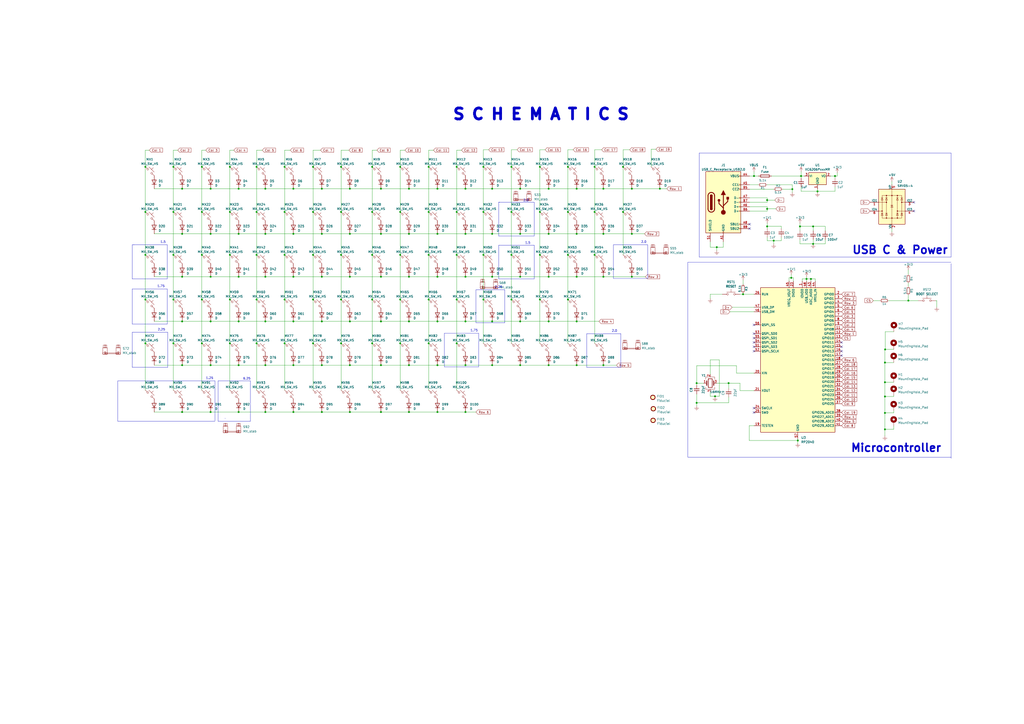
<source format=kicad_sch>
(kicad_sch (version 20231120) (generator "eeschema") (generator_version "8.0")
  (paper "A2")
  (junction (at 153.924 109.474))
  (junction (at 215.9 173.736))
  (junction (at 117.094 199.136))
  (junction (at 285.496 109.474))
  (junction (at 280.416 147.828))
  (junction (at 220.98 211.836))
  (junction (at 248.666 147.828))
  (junction (at 350.012 109.474))
  (junction (at 220.98 186.436))
  (junction (at 513.334 239.522))
  (junction (at 253.746 160.528))
  (junction (at 122.174 135.636))
  (junction (at 264.922 173.736))
  (junction (at 404.114 233.68))
  (junction (at 133.35 173.736))
  (junction (at 445.008 131.318))
  (junction (at 181.61 147.828))
  (junction (at 301.752 135.636))
  (junction (at 253.746 239.014))
  (junction (at 133.35 199.136))
  (junction (at 448.818 139.573))
  (junction (at 181.61 96.774))
  (junction (at 253.746 135.636))
  (junction (at 138.43 186.436))
  (junction (at 100.584 173.736))
  (junction (at 181.61 199.136))
  (junction (at 84.328 147.828))
  (junction (at 186.69 186.436))
  (junction (at 301.752 109.474))
  (junction (at 253.746 211.836))
  (junction (at 344.932 147.828))
  (junction (at 248.666 122.936))
  (junction (at 237.236 211.836))
  (junction (at 296.672 173.736))
  (junction (at 138.43 211.836))
  (junction (at 470.408 161.798))
  (junction (at 232.156 147.828))
  (junction (at 105.664 211.836))
  (junction (at 215.9 199.136))
  (junction (at 232.156 173.736))
  (junction (at 197.866 96.774))
  (junction (at 186.69 135.636))
  (junction (at 513.334 221.742))
  (junction (at 215.9 147.828))
  (junction (at 513.461 202.692))
  (junction (at 165.1 96.774))
  (junction (at 215.9 122.936))
  (junction (at 105.664 186.436))
  (junction (at 270.002 135.636))
  (junction (at 270.002 109.474))
  (junction (at 334.518 211.836))
  (junction (at 296.672 147.828))
  (junction (at 329.438 173.736))
  (junction (at 84.328 173.736))
  (junction (at 84.328 122.936))
  (junction (at 122.174 109.474))
  (junction (at 122.174 186.436))
  (junction (at 318.262 186.436))
  (junction (at 186.69 160.528))
  (junction (at 220.98 160.528))
  (junction (at 122.174 239.014))
  (junction (at 186.69 239.014))
  (junction (at 329.438 96.774))
  (junction (at 170.18 135.636))
  (junction (at 237.236 135.636))
  (junction (at 296.672 122.936))
  (junction (at 264.922 147.828))
  (junction (at 100.584 96.774))
  (junction (at 232.156 122.936))
  (junction (at 138.43 109.474))
  (junction (at 526.923 174.371))
  (junction (at 474.218 110.998))
  (junction (at 117.094 122.936))
  (junction (at 148.844 199.136))
  (junction (at 445.008 116.078))
  (junction (at 202.946 239.014))
  (junction (at 181.61 173.736))
  (junction (at 220.98 109.474))
  (junction (at 170.18 211.836))
  (junction (at 253.746 186.436))
  (junction (at 462.788 255.524))
  (junction (at 350.012 211.836))
  (junction (at 202.946 135.636))
  (junction (at 361.442 96.774))
  (junction (at 422.656 222.25))
  (junction (at 153.924 239.014))
  (junction (at 280.416 96.774))
  (junction (at 181.61 122.936))
  (junction (at 202.946 160.528))
  (junction (at 84.328 199.136))
  (junction (at 431.038 170.688))
  (junction (at 148.844 122.936))
  (junction (at 105.664 109.474))
  (junction (at 197.866 122.936))
  (junction (at 170.18 109.474))
  (junction (at 248.666 173.736))
  (junction (at 458.978 161.163))
  (junction (at 414.782 229.87))
  (junction (at 100.584 122.936))
  (junction (at 186.69 109.474))
  (junction (at 165.1 199.136))
  (junction (at 148.844 147.828))
  (junction (at 344.932 122.936))
  (junction (at 471.678 131.318))
  (junction (at 264.922 122.936))
  (junction (at 361.442 122.936))
  (junction (at 280.416 173.736))
  (junction (at 313.182 96.774))
  (junction (at 270.002 186.436))
  (junction (at 138.43 160.528))
  (junction (at 165.1 122.936))
  (junction (at 237.236 160.528))
  (junction (at 350.012 135.636))
  (junction (at 313.182 122.936))
  (junction (at 270.002 160.528))
  (junction (at 301.752 211.836))
  (junction (at 318.262 211.836))
  (junction (at 170.18 186.436))
  (junction (at 237.236 186.436))
  (junction (at 467.868 161.798))
  (junction (at 329.438 122.936))
  (junction (at 415.798 143.383))
  (junction (at 220.98 239.014))
  (junction (at 270.002 239.014))
  (junction (at 437.388 102.108))
  (junction (at 334.518 109.474))
  (junction (at 248.666 96.774))
  (junction (at 100.584 147.828))
  (junction (at 285.496 135.636))
  (junction (at 318.262 109.474))
  (junction (at 280.416 122.936))
  (junction (at 133.35 147.828))
  (junction (at 237.236 109.474))
  (junction (at 484.378 102.108))
  (junction (at 334.518 160.528))
  (junction (at 513.334 249.047))
  (junction (at 285.496 160.528))
  (junction (at 133.35 96.774))
  (junction (at 197.866 147.828))
  (junction (at 301.752 186.436))
  (junction (at 170.18 160.528))
  (junction (at 202.946 211.836))
  (junction (at 464.693 102.108))
  (junction (at 153.924 186.436))
  (junction (at 170.18 239.014))
  (junction (at 513.334 229.997))
  (junction (at 329.438 147.828))
  (junction (at 253.746 109.474))
  (junction (at 471.678 141.478))
  (junction (at 165.1 173.736))
  (junction (at 366.522 135.636))
  (junction (at 197.866 199.136))
  (junction (at 318.262 135.636))
  (junction (at 202.946 186.436))
  (junction (at 220.98 135.636))
  (junction (at 148.844 96.774))
  (junction (at 513.334 210.312))
  (junction (at 344.932 96.774))
  (junction (at 232.156 96.774))
  (junction (at 186.69 211.836))
  (junction (at 202.946 109.474))
  (junction (at 237.236 239.014))
  (junction (at 334.518 135.636))
  (junction (at 148.844 173.736))
  (junction (at 318.262 160.528))
  (junction (at 165.1 147.828))
  (junction (at 264.922 96.774))
  (junction (at 133.35 122.936))
  (junction (at 313.182 147.828))
  (junction (at 117.094 147.828))
  (junction (at 404.114 222.25))
  (junction (at 122.174 211.836))
  (junction (at 105.664 135.636))
  (junction (at 215.9 96.774))
  (junction (at 122.174 160.528))
  (junction (at 366.522 160.528))
  (junction (at 445.008 121.158))
  (junction (at 248.666 199.136))
  (junction (at 100.584 199.136))
  (junction (at 366.522 109.474))
  (junction (at 153.924 160.528))
  (junction (at 264.922 199.136))
  (junction (at 382.778 109.474))
  (junction (at 459.613 109.728))
  (junction (at 84.328 96.774))
  (junction (at 197.866 173.736))
  (junction (at 464.058 131.318))
  (junction (at 270.002 211.836))
  (junction (at 117.094 173.736))
  (junction (at 334.518 186.436))
  (junction (at 350.012 160.528))
  (junction (at 301.752 160.528))
  (junction (at 285.496 186.436))
  (junction (at 232.156 199.136))
  (junction (at 105.664 160.528))
  (junction (at 153.924 211.836))
  (junction (at 138.43 239.014))
  (junction (at 296.672 96.774))
  (junction (at 313.182 173.736))
  (junction (at 138.43 135.636))
  (junction (at 105.664 239.014))
  (junction (at 117.094 96.774))
  (junction (at 153.924 135.636))
  (junction (at 285.496 211.836))
  (no_connect (at 488.188 201.168))
  (no_connect (at 437.388 201.168))
  (no_connect (at 488.188 198.628))
  (no_connect (at 437.388 198.628))
  (no_connect (at 488.188 203.708))
  (no_connect (at 437.388 239.268))
  (no_connect (at 530.098 117.348))
  (no_connect (at 434.848 130.048))
  (no_connect (at 434.848 132.588))
  (no_connect (at 437.388 236.728))
  (no_connect (at 437.388 193.548))
  (no_connect (at 437.388 203.708))
  (no_connect (at 530.098 122.428))
  (no_connect (at 437.388 188.468))
  (no_connect (at 437.388 196.088))
  (no_connect (at 488.188 206.248))
  (wire (pts (xy 285.496 211.836) (xy 301.752 211.836)))
  (polyline (pts (xy 76.708 167.64) (xy 76.708 187.96)))
  (polyline (pts (xy 124.714 244.348) (xy 68.326 244.348)))
  (wire (pts (xy 350.012 135.636) (xy 366.522 135.636)))
  (wire (pts (xy 542.798 174.371) (xy 543.433 174.371)))
  (wire (pts (xy 506.603 174.371) (xy 510.413 174.371)))
  (wire (pts (xy 186.69 109.474) (xy 202.946 109.474)))
  (wire (pts (xy 202.946 160.528) (xy 220.98 160.528)))
  (wire (pts (xy 513.334 221.742) (xy 513.334 229.997)))
  (wire (pts (xy 170.18 160.528) (xy 186.69 160.528)))
  (wire (pts (xy 100.584 199.136) (xy 100.584 226.314)))
  (wire (pts (xy 515.493 174.371) (xy 526.923 174.371)))
  (wire (pts (xy 448.818 139.573) (xy 448.818 141.478)))
  (wire (pts (xy 366.522 109.474) (xy 382.778 109.474)))
  (wire (pts (xy 100.584 122.936) (xy 100.584 147.828)))
  (wire (pts (xy 202.946 135.636) (xy 220.98 135.636)))
  (wire (pts (xy 318.262 211.836) (xy 334.518 211.836)))
  (wire (pts (xy 153.924 186.436) (xy 170.18 186.436)))
  (wire (pts (xy 329.438 147.828) (xy 329.438 173.736)))
  (polyline (pts (xy 276.098 187.198) (xy 292.862 187.198)))
  (wire (pts (xy 283.464 86.868) (xy 280.416 86.868)))
  (wire (pts (xy 165.1 199.136) (xy 165.1 226.314)))
  (polyline (pts (xy 551.688 149.098) (xy 405.638 149.098)))
  (wire (pts (xy 361.442 86.868) (xy 361.442 96.774)))
  (wire (pts (xy 411.988 143.383) (xy 415.798 143.383)))
  (wire (pts (xy 411.988 227.33) (xy 411.988 229.87)))
  (wire (pts (xy 313.182 173.736) (xy 313.182 199.136)))
  (wire (pts (xy 105.664 135.636) (xy 122.174 135.636)))
  (wire (pts (xy 334.518 160.528) (xy 350.012 160.528)))
  (wire (pts (xy 185.928 87.122) (xy 181.61 87.122)))
  (wire (pts (xy 105.664 160.528) (xy 122.174 160.528)))
  (wire (pts (xy 453.263 131.318) (xy 453.263 132.588)))
  (wire (pts (xy 434.594 246.888) (xy 434.594 255.524)))
  (wire (pts (xy 253.746 186.436) (xy 270.002 186.436)))
  (wire (pts (xy 513.334 210.312) (xy 513.334 221.742)))
  (wire (pts (xy 404.114 222.25) (xy 408.178 222.25)))
  (wire (pts (xy 445.008 129.413) (xy 445.008 131.318)))
  (wire (pts (xy 464.693 108.458) (xy 464.693 110.998)))
  (wire (pts (xy 89.408 160.528) (xy 105.664 160.528)))
  (wire (pts (xy 215.9 173.736) (xy 215.9 199.136)))
  (wire (pts (xy 464.693 103.378) (xy 464.693 102.108)))
  (wire (pts (xy 411.988 170.688) (xy 411.988 173.228)))
  (wire (pts (xy 445.008 116.078) (xy 449.453 116.078)))
  (wire (pts (xy 422.656 230.378) (xy 422.656 233.68)))
  (wire (pts (xy 462.788 254.508) (xy 462.788 255.524)))
  (wire (pts (xy 248.666 199.136) (xy 248.666 226.314)))
  (wire (pts (xy 285.496 109.474) (xy 301.752 109.474)))
  (wire (pts (xy 237.236 160.528) (xy 253.746 160.528)))
  (wire (pts (xy 366.522 160.528) (xy 374.396 160.528)))
  (wire (pts (xy 296.672 173.736) (xy 296.672 199.136)))
  (wire (pts (xy 453.263 139.573) (xy 448.818 139.573)))
  (wire (pts (xy 313.182 122.936) (xy 313.182 147.828)))
  (wire (pts (xy 411.988 140.208) (xy 411.988 143.383)))
  (wire (pts (xy 270.002 239.014) (xy 276.098 239.014)))
  (wire (pts (xy 168.402 87.122) (xy 165.1 87.122)))
  (wire (pts (xy 464.693 102.108) (xy 464.693 99.568)))
  (wire (pts (xy 329.438 96.774) (xy 329.438 122.936)))
  (polyline (pts (xy 257.81 212.852) (xy 277.622 212.852)))
  (wire (pts (xy 361.442 122.936) (xy 361.442 147.828)))
  (wire (pts (xy 313.182 147.828) (xy 313.182 173.736)))
  (wire (pts (xy 285.496 160.528) (xy 301.752 160.528)))
  (polyline (pts (xy 97.028 167.64) (xy 97.028 187.96)))
  (wire (pts (xy 471.678 133.858) (xy 471.678 131.318)))
  (wire (pts (xy 518.414 229.997) (xy 513.334 229.997)))
  (polyline (pts (xy 551.688 265.938) (xy 551.688 152.908)))
  (polyline (pts (xy 126.492 220.98) (xy 126.492 244.348)))
  (wire (pts (xy 264.922 96.774) (xy 264.922 122.936)))
  (polyline (pts (xy 276.098 168.148) (xy 292.862 168.148)))
  (wire (pts (xy 348.996 86.868) (xy 344.932 86.868)))
  (wire (pts (xy 334.518 186.436) (xy 347.472 186.436)))
  (wire (pts (xy 434.848 109.728) (xy 448.818 109.728)))
  (wire (pts (xy 411.988 208.788) (xy 411.988 217.17)))
  (wire (pts (xy 285.496 186.436) (xy 301.752 186.436)))
  (wire (pts (xy 518.414 247.142) (xy 518.414 249.047)))
  (wire (pts (xy 411.988 229.87) (xy 414.782 229.87)))
  (wire (pts (xy 186.69 211.836) (xy 202.946 211.836)))
  (wire (pts (xy 197.866 199.136) (xy 197.866 226.314)))
  (polyline (pts (xy 289.306 117.348) (xy 289.814 117.348)))
  (wire (pts (xy 513.461 192.405) (xy 513.461 202.692)))
  (wire (pts (xy 318.262 135.636) (xy 334.518 135.636)))
  (polyline (pts (xy 76.708 141.986) (xy 77.724 141.986)))
  (wire (pts (xy 526.923 171.196) (xy 526.923 174.371)))
  (wire (pts (xy 513.334 210.312) (xy 518.414 210.312)))
  (wire (pts (xy 105.664 239.014) (xy 122.174 239.014)))
  (wire (pts (xy 153.924 239.014) (xy 170.18 239.014)))
  (wire (pts (xy 202.946 186.436) (xy 220.98 186.436)))
  (wire (pts (xy 153.924 109.474) (xy 170.18 109.474)))
  (wire (pts (xy 84.328 96.774) (xy 84.328 122.936)))
  (wire (pts (xy 148.844 122.936) (xy 148.844 147.828)))
  (wire (pts (xy 478.663 131.318) (xy 478.663 133.858)))
  (wire (pts (xy 481.838 102.108) (xy 484.378 102.108)))
  (wire (pts (xy 280.416 122.936) (xy 280.416 147.828)))
  (wire (pts (xy 471.678 141.478) (xy 471.678 138.938)))
  (wire (pts (xy 437.388 99.568) (xy 437.388 102.108)))
  (wire (pts (xy 423.418 180.848) (xy 437.388 180.848)))
  (polyline (pts (xy 405.638 88.773) (xy 551.688 88.773)))
  (wire (pts (xy 422.656 222.25) (xy 422.656 225.298)))
  (wire (pts (xy 366.522 135.636) (xy 373.888 135.636)))
  (wire (pts (xy 518.414 239.522) (xy 513.334 239.522)))
  (wire (pts (xy 465.328 163.068) (xy 465.328 161.798)))
  (wire (pts (xy 411.988 170.688) (xy 418.973 170.688)))
  (wire (pts (xy 470.408 161.798) (xy 472.948 161.798)))
  (wire (pts (xy 253.746 211.836) (xy 270.002 211.836)))
  (wire (pts (xy 417.322 208.788) (xy 417.322 229.87)))
  (polyline (pts (xy 126.492 220.98) (xy 145.288 220.98)))
  (polyline (pts (xy 355.854 141.986) (xy 355.854 161.544)))
  (wire (pts (xy 220.98 135.636) (xy 237.236 135.636)))
  (polyline (pts (xy 76.708 192.786) (xy 97.282 192.786)))
  (wire (pts (xy 138.43 211.836) (xy 153.924 211.836)))
  (wire (pts (xy 513.334 202.692) (xy 513.461 202.692)))
  (wire (pts (xy 220.98 160.528) (xy 237.236 160.528)))
  (wire (pts (xy 445.008 116.078) (xy 445.008 117.348)))
  (wire (pts (xy 361.442 96.774) (xy 361.442 122.936)))
  (wire (pts (xy 181.61 122.936) (xy 181.61 147.828)))
  (wire (pts (xy 232.156 173.736) (xy 232.156 199.136)))
  (wire (pts (xy 474.218 109.728) (xy 474.218 110.998)))
  (wire (pts (xy 437.388 216.408) (xy 427.228 216.408)))
  (wire (pts (xy 253.746 239.014) (xy 270.002 239.014)))
  (wire (pts (xy 301.752 135.636) (xy 318.262 135.636)))
  (wire (pts (xy 280.416 96.774) (xy 280.416 122.936)))
  (polyline (pts (xy 257.81 193.294) (xy 277.622 193.294)))
  (wire (pts (xy 404.114 222.25) (xy 404.114 212.09)))
  (wire (pts (xy 313.182 86.868) (xy 313.182 96.774)))
  (wire (pts (xy 429.26 226.568) (xy 437.388 226.568)))
  (wire (pts (xy 186.69 186.436) (xy 202.946 186.436)))
  (wire (pts (xy 100.584 87.122) (xy 100.584 96.774)))
  (wire (pts (xy 218.694 87.122) (xy 215.9 87.122)))
  (wire (pts (xy 117.094 199.136) (xy 117.094 226.314)))
  (wire (pts (xy 344.932 86.868) (xy 344.932 96.774)))
  (wire (pts (xy 350.012 211.836) (xy 357.632 211.836)))
  (wire (pts (xy 153.924 135.636) (xy 170.18 135.636)))
  (polyline (pts (xy 257.81 193.294) (xy 257.81 212.852)))
  (wire (pts (xy 526.923 156.591) (xy 526.923 159.131)))
  (wire (pts (xy 220.98 109.474) (xy 237.236 109.474)))
  (wire (pts (xy 464.058 131.318) (xy 471.678 131.318)))
  (wire (pts (xy 165.1 87.122) (xy 165.1 96.774)))
  (polyline (pts (xy 97.028 187.96) (xy 76.708 187.96)))
  (wire (pts (xy 299.974 86.868) (xy 296.672 86.868)))
  (wire (pts (xy 264.922 173.736) (xy 264.922 199.136)))
  (wire (pts (xy 165.1 147.828) (xy 165.1 173.736)))
  (wire (pts (xy 437.388 102.108) (xy 439.928 102.108)))
  (wire (pts (xy 202.946 109.474) (xy 220.98 109.474)))
  (wire (pts (xy 415.798 222.25) (xy 422.656 222.25)))
  (wire (pts (xy 215.9 96.774) (xy 215.9 122.936)))
  (wire (pts (xy 434.594 246.888) (xy 437.388 246.888)))
  (wire (pts (xy 220.98 186.436) (xy 237.236 186.436)))
  (polyline (pts (xy 399.034 152.146) (xy 399.034 265.176)))
  (wire (pts (xy 344.932 122.936) (xy 344.932 147.828)))
  (wire (pts (xy 267.716 87.122) (xy 264.922 87.122)))
  (wire (pts (xy 181.61 96.774) (xy 181.61 122.936)))
  (wire (pts (xy 270.002 160.528) (xy 285.496 160.528)))
  (polyline (pts (xy 124.714 220.98) (xy 124.714 244.094)))
  (wire (pts (xy 470.408 161.798) (xy 470.408 163.068)))
  (wire (pts (xy 296.672 147.828) (xy 296.672 173.736)))
  (wire (pts (xy 422.656 222.25) (xy 429.26 222.25)))
  (polyline (pts (xy 355.854 161.544) (xy 375.666 161.544)))
  (wire (pts (xy 434.848 114.808) (xy 445.008 114.808)))
  (wire (pts (xy 464.058 133.858) (xy 464.058 131.318)))
  (wire (pts (xy 377.698 86.614) (xy 377.698 96.774)))
  (wire (pts (xy 431.038 170.688) (xy 437.388 170.688)))
  (polyline (pts (xy 309.88 117.348) (xy 309.88 136.906)))
  (wire (pts (xy 464.058 141.478) (xy 471.678 141.478)))
  (wire (pts (xy 431.038 170.688) (xy 429.133 170.688)))
  (wire (pts (xy 478.663 138.938) (xy 478.663 141.478)))
  (polyline (pts (xy 399.034 152.146) (xy 551.688 152.146)))
  (wire (pts (xy 458.978 161.163) (xy 460.248 161.163)))
  (wire (pts (xy 117.094 122.936) (xy 117.094 147.828)))
  (wire (pts (xy 248.666 147.828) (xy 248.666 173.736)))
  (wire (pts (xy 318.262 160.528) (xy 334.518 160.528)))
  (wire (pts (xy 464.693 110.998) (xy 474.218 110.998)))
  (wire (pts (xy 84.328 147.828) (xy 84.328 173.736)))
  (wire (pts (xy 445.008 139.573) (xy 445.008 137.668)))
  (wire (pts (xy 170.18 186.436) (xy 186.69 186.436)))
  (wire (pts (xy 518.541 192.405) (xy 513.461 192.405)))
  (wire (pts (xy 445.008 107.188) (xy 459.613 107.188)))
  (wire (pts (xy 453.898 109.728) (xy 459.613 109.728)))
  (wire (pts (xy 197.866 87.122) (xy 197.866 96.774)))
  (wire (pts (xy 105.664 109.474) (xy 122.174 109.474)))
  (wire (pts (xy 285.496 135.636) (xy 301.752 135.636)))
  (wire (pts (xy 253.746 109.474) (xy 270.002 109.474)))
  (polyline (pts (xy 309.88 161.798) (xy 289.306 161.798)))
  (wire (pts (xy 329.438 86.868) (xy 329.438 96.774)))
  (polyline (pts (xy 340.36 193.548) (xy 340.36 213.106)))
  (polyline (pts (xy 97.028 141.986) (xy 97.028 161.798)))
  (wire (pts (xy 264.922 122.936) (xy 264.922 147.828)))
  (polyline (pts (xy 289.306 142.24) (xy 309.88 142.24)))
  (wire (pts (xy 84.328 122.936) (xy 84.328 147.828)))
  (wire (pts (xy 119.38 87.122) (xy 117.094 87.122)))
  (wire (pts (xy 429.26 222.25) (xy 429.26 226.568)))
  (wire (pts (xy 417.322 208.788) (xy 411.988 208.788)))
  (wire (pts (xy 404.114 212.09) (xy 427.228 212.09)))
  (wire (pts (xy 251.46 87.122) (xy 248.666 87.122)))
  (wire (pts (xy 138.43 109.474) (xy 153.924 109.474)))
  (wire (pts (xy 215.9 199.136) (xy 215.9 226.314)))
  (wire (pts (xy 237.236 239.014) (xy 253.746 239.014)))
  (wire (pts (xy 148.844 173.736) (xy 148.844 199.136)))
  (wire (pts (xy 485.648 102.108) (xy 485.648 100.203)))
  (wire (pts (xy 316.23 86.868) (xy 313.182 86.868)))
  (wire (pts (xy 464.058 138.938) (xy 464.058 141.478)))
  (wire (pts (xy 89.408 239.014) (xy 105.664 239.014)))
  (wire (pts (xy 237.236 109.474) (xy 253.746 109.474)))
  (wire (pts (xy 301.752 211.836) (xy 318.262 211.836)))
  (polyline (pts (xy 309.88 142.24) (xy 309.88 161.798)))
  (wire (pts (xy 138.43 160.528) (xy 153.924 160.528)))
  (polyline (pts (xy 76.708 167.64) (xy 97.028 167.64)))
  (wire (pts (xy 518.414 249.047) (xy 513.334 249.047)))
  (polyline (pts (xy 68.326 220.98) (xy 124.714 220.98)))
  (polyline (pts (xy 360.172 213.106) (xy 360.172 193.548)))
  (wire (pts (xy 181.61 87.122) (xy 181.61 96.774)))
  (wire (pts (xy 431.038 170.053) (xy 431.038 170.688)))
  (wire (pts (xy 518.414 221.742) (xy 513.334 221.742)))
  (wire (pts (xy 434.594 255.524) (xy 462.788 255.524)))
  (wire (pts (xy 253.746 160.528) (xy 270.002 160.528)))
  (wire (pts (xy 445.008 117.348) (xy 434.848 117.348)))
  (wire (pts (xy 484.378 108.458) (xy 484.378 110.998)))
  (wire (pts (xy 84.328 199.136) (xy 84.328 226.314)))
  (polyline (pts (xy 97.282 213.106) (xy 76.708 213.106)))
  (wire (pts (xy 434.848 119.888) (xy 445.008 119.888)))
  (wire (pts (xy 84.328 87.122) (xy 84.328 96.774)))
  (wire (pts (xy 237.236 186.436) (xy 253.746 186.436)))
  (wire (pts (xy 457.708 161.163) (xy 458.978 161.163)))
  (wire (pts (xy 445.008 119.888) (xy 445.008 121.158)))
  (wire (pts (xy 329.438 173.736) (xy 329.438 199.136)))
  (wire (pts (xy 424.688 178.308) (xy 437.388 178.308)))
  (polyline (pts (xy 130.556 242.57) (xy 130.556 242.824)))
  (wire (pts (xy 232.156 147.828) (xy 232.156 173.736)))
  (polyline (pts (xy 340.36 193.548) (xy 360.172 193.548)))
  (wire (pts (xy 202.946 239.014) (xy 220.98 239.014)))
  (wire (pts (xy 280.416 173.736) (xy 280.416 199.136)))
  (wire (pts (xy 334.518 135.636) (xy 350.012 135.636)))
  (wire (pts (xy 148.844 96.774) (xy 148.844 122.936)))
  (wire (pts (xy 318.262 186.436) (xy 334.518 186.436)))
  (wire (pts (xy 518.414 229.362) (xy 518.414 229.997)))
  (wire (pts (xy 270.002 186.436) (xy 285.496 186.436)))
  (wire (pts (xy 117.094 87.122) (xy 117.094 96.774)))
  (wire (pts (xy 513.334 249.047) (xy 513.334 252.857)))
  (wire (pts (xy 350.012 109.474) (xy 366.522 109.474)))
  (wire (pts (xy 122.174 186.436) (xy 138.43 186.436)))
  (wire (pts (xy 404.114 235.458) (xy 404.114 233.68)))
  (wire (pts (xy 434.848 102.108) (xy 437.388 102.108)))
  (wire (pts (xy 434.848 107.188) (xy 439.928 107.188)))
  (wire (pts (xy 89.408 211.836) (xy 105.664 211.836)))
  (wire (pts (xy 202.438 87.122) (xy 197.866 87.122)))
  (wire (pts (xy 264.922 199.136) (xy 264.922 226.314)))
  (wire (pts (xy 103.124 87.122) (xy 100.584 87.122)))
  (wire (pts (xy 122.174 239.014) (xy 138.43 239.014)))
  (wire (pts (xy 237.236 211.836) (xy 253.746 211.836)))
  (wire (pts (xy 404.114 233.68) (xy 404.114 228.6)))
  (wire (pts (xy 148.844 199.136) (xy 148.844 226.314)))
  (wire (pts (xy 86.614 87.122) (xy 84.328 87.122)))
  (wire (pts (xy 458.978 159.258) (xy 458.978 161.163)))
  (wire (pts (xy 478.663 141.478) (xy 471.678 141.478)))
  (wire (pts (xy 270.002 135.636) (xy 285.496 135.636)))
  (wire (pts (xy 215.9 122.936) (xy 215.9 147.828)))
  (wire (pts (xy 318.262 109.474) (xy 334.518 109.474)))
  (wire (pts (xy 517.398 105.283) (xy 517.398 107.188)))
  (wire (pts (xy 181.61 173.736) (xy 181.61 199.136)))
  (wire (pts (xy 264.922 87.122) (xy 264.922 96.774)))
  (wire (pts (xy 467.868 161.798) (xy 470.408 161.798)))
  (wire (pts (xy 122.174 135.636) (xy 138.43 135.636)))
  (polyline (pts (xy 375.666 161.544) (xy 375.666 141.986)))
  (wire (pts (xy 419.608 143.383) (xy 419.608 140.208)))
  (wire (pts (xy 133.35 96.774) (xy 133.35 122.936)))
  (wire (pts (xy 459.613 109.728) (xy 459.613 111.633)))
  (wire (pts (xy 248.666 173.736) (xy 248.666 199.136)))
  (wire (pts (xy 334.518 211.836) (xy 350.012 211.836)))
  (wire (pts (xy 170.18 109.474) (xy 186.69 109.474)))
  (wire (pts (xy 518.414 238.252) (xy 518.414 239.522)))
  (wire (pts (xy 332.486 86.868) (xy 329.438 86.868)))
  (wire (pts (xy 415.798 143.383) (xy 415.798 145.288)))
  (wire (pts (xy 181.61 199.136) (xy 181.61 226.314)))
  (wire (pts (xy 165.1 122.936) (xy 165.1 147.828)))
  (wire (pts (xy 232.156 122.936) (xy 232.156 147.828)))
  (wire (pts (xy 296.672 86.868) (xy 296.672 96.774)))
  (wire (pts (xy 220.98 211.836) (xy 237.236 211.836)))
  (wire (pts (xy 415.798 143.383) (xy 419.608 143.383)))
  (polyline (pts (xy 145.288 244.348) (xy 145.288 220.98)))
  (wire (pts (xy 253.746 135.636) (xy 270.002 135.636)))
  (wire (pts (xy 148.844 87.122) (xy 148.844 96.774)))
  (wire (pts (xy 543.433 174.371) (xy 543.433 178.181)))
  (polyline (pts (xy 355.854 141.986) (xy 375.666 141.986)))
  (polyline (pts (xy 76.708 192.786) (xy 76.708 213.106)))
  (wire (pts (xy 344.932 96.774) (xy 344.932 122.936)))
  (wire (pts (xy 133.35 122.936) (xy 133.35 147.828)))
  (wire (pts (xy 465.328 161.798) (xy 467.868 161.798)))
  (wire (pts (xy 460.248 161.163) (xy 460.248 163.068)))
  (wire (pts (xy 513.461 202.692) (xy 518.414 202.692)))
  (wire (pts (xy 122.174 109.474) (xy 138.43 109.474)))
  (wire (pts (xy 264.922 147.828) (xy 264.922 173.736)))
  (polyline (pts (xy 277.622 212.852) (xy 277.622 193.294)))
  (wire (pts (xy 165.1 173.736) (xy 165.1 199.136)))
  (wire (pts (xy 89.408 109.474) (xy 105.664 109.474)))
  (wire (pts (xy 448.818 139.573) (xy 445.008 139.573)))
  (polyline (pts (xy 76.708 161.798) (xy 76.708 141.986)))
  (wire (pts (xy 270.002 109.474) (xy 285.496 109.474)))
  (wire (pts (xy 526.923 164.211) (xy 526.923 166.116)))
  (wire (pts (xy 445.008 114.808) (xy 445.008 116.078)))
  (wire (pts (xy 365.252 86.868) (xy 361.442 86.868)))
  (wire (pts (xy 457.708 163.068) (xy 457.708 161.163)))
  (wire (pts (xy 122.174 211.836) (xy 138.43 211.836)))
  (wire (pts (xy 100.584 173.736) (xy 100.584 199.136)))
  (wire (pts (xy 301.752 109.474) (xy 318.262 109.474)))
  (wire (pts (xy 471.678 131.318) (xy 478.663 131.318)))
  (wire (pts (xy 270.002 211.836) (xy 285.496 211.836)))
  (polyline (pts (xy 97.282 192.786) (xy 97.282 213.106)))
  (wire (pts (xy 186.69 160.528) (xy 202.946 160.528)))
  (polyline (pts (xy 309.88 136.906) (xy 289.306 136.906)))
  (wire (pts (xy 197.866 96.774) (xy 197.866 122.936)))
  (wire (pts (xy 526.923 174.371) (xy 532.638 174.371)))
  (wire (pts (xy 232.156 199.136) (xy 232.156 226.314)))
  (wire (pts (xy 84.328 173.736) (xy 84.328 199.136)))
  (wire (pts (xy 197.866 173.736) (xy 197.866 199.136)))
  (wire (pts (xy 462.788 255.524) (xy 462.788 257.048)))
  (wire (pts (xy 133.35 147.828) (xy 133.35 173.736)))
  (wire (pts (xy 133.35 199.136) (xy 133.35 226.314)))
  (wire (pts (xy 404.114 233.68) (xy 422.656 233.68)))
  (wire (pts (xy 215.9 87.122) (xy 215.9 96.774)))
  (wire (pts (xy 215.9 147.828) (xy 215.9 173.736)))
  (wire (pts (xy 464.058 129.413) (xy 464.058 131.318)))
  (wire (pts (xy 135.636 87.122) (xy 133.35 87.122)))
  (wire (pts (xy 186.69 135.636) (xy 202.946 135.636)))
  (wire (pts (xy 170.18 211.836) (xy 186.69 211.836)))
  (wire (pts (xy 105.664 211.836) (xy 122.174 211.836)))
  (wire (pts (xy 467.868 161.798) (xy 467.868 163.068)))
  (wire (pts (xy 100.584 147.828) (xy 100.584 173.736)))
  (wire (pts (xy 133.35 87.122) (xy 133.35 96.774)))
  (polyline (pts (xy 77.47 141.986) (xy 97.028 141.986)))
  (wire (pts (xy 248.666 87.122) (xy 248.666 96.774)))
  (wire (pts (xy 133.35 173.736) (xy 133.35 199.136)))
  (wire (pts (xy 117.094 96.774) (xy 117.094 122.936)))
  (wire (pts (xy 459.613 107.188) (xy 459.613 109.728)))
  (wire (pts (xy 138.43 239.014) (xy 153.924 239.014)))
  (wire (pts (xy 313.182 96.774) (xy 313.182 122.936)))
  (wire (pts (xy 122.174 160.528) (xy 138.43 160.528)))
  (wire (pts (xy 513.334 229.997) (xy 513.334 239.522)))
  (wire (pts (xy 280.416 86.868) (xy 280.416 96.774)))
  (wire (pts (xy 445.008 132.588) (xy 445.008 131.318)))
  (polyline (pts (xy 289.306 136.906) (xy 289.306 117.348)))
  (wire (pts (xy 237.236 135.636) (xy 253.746 135.636)))
  (wire (pts (xy 472.948 161.798) (xy 472.948 163.068)))
  (wire (pts (xy 474.218 110.998) (xy 474.218 111.633)))
  (wire (pts (xy 447.548 102.108) (xy 464.693 102.108)))
  (polyline (pts (xy 289.306 142.24) (xy 289.306 161.798)))
  (wire (pts (xy 484.378 103.378) (xy 484.378 102.108)))
  (wire (pts (xy 382.778 109.474) (xy 386.842 109.474)))
  (wire (pts (xy 105.664 186.436) (xy 122.174 186.436)))
  (wire (pts (xy 453.263 137.668) (xy 453.263 139.573)))
  (wire (pts (xy 445.008 131.318) (xy 453.263 131.318)))
  (wire (pts (xy 513.334 202.692) (xy 513.334 210.312)))
  (wire (pts (xy 329.438 122.936) (xy 329.438 147.828)))
  (wire (pts (xy 89.408 186.436) (xy 105.664 186.436)))
  (wire (pts (xy 280.416 147.828) (xy 280.416 173.736)))
  (wire (pts (xy 181.61 147.828) (xy 181.61 173.736)))
  (wire (pts (xy 232.156 96.774) (xy 232.156 122.936)))
  (wire (pts (xy 165.1 96.774) (xy 165.1 122.936)))
  (wire (pts (xy 431.038 162.433) (xy 431.038 164.973)))
  (wire (pts (xy 427.228 216.408) (xy 427.228 212.09)))
  (wire (pts (xy 484.378 102.108) (xy 485.648 102.108)))
  (wire (pts (xy 445.008 122.428) (xy 434.848 122.428)))
  (wire (pts (xy 513.334 239.522) (xy 513.334 249.047)))
  (wire (pts (xy 296.672 122.936) (xy 296.672 147.828)))
  (polyline (pts (xy 289.306 117.348) (xy 309.88 117.348)))
  (wire (pts (xy 404.114 222.25) (xy 404.114 223.52)))
  (wire (pts (xy 484.378 110.998) (xy 474.218 110.998)))
  (wire (pts (xy 220.98 239.014) (xy 237.236 239.014)))
  (wire (pts (xy 445.008 121.158) (xy 445.008 122.428)))
  (wire (pts (xy 89.408 135.636) (xy 105.664 135.636)))
  (wire (pts (xy 301.752 186.436) (xy 318.262 186.436)))
  (polyline (pts (xy 68.326 244.348) (xy 68.326 220.98)))
  (wire (pts (xy 117.094 173.736) (xy 117.094 199.136)))
  (wire (pts (xy 350.012 160.528) (xy 366.522 160.528)))
  (wire (pts (xy 445.008 121.158) (xy 450.088 121.158)))
  (polyline (pts (xy 551.688 88.773) (xy 551.688 149.098)))
  (wire (pts (xy 301.752 160.528) (xy 318.262 160.528)))
  (wire (pts (xy 344.932 147.828) (xy 344.932 199.136)))
  (polyline (pts (xy 97.028 161.798) (xy 76.708 161.798)))
  (wire (pts (xy 414.782 230.378) (xy 414.782 229.87)))
  (polyline (pts (xy 292.862 187.198) (xy 292.862 168.148)))
  (wire (pts (xy 234.95 87.122) (xy 232.156 87.122)))
  (wire (pts (xy 138.43 135.636) (xy 153.924 135.636)))
  (wire (pts (xy 152.146 87.122) (xy 148.844 87.122)))
  (wire (pts (xy 153.924 160.528) (xy 170.18 160.528)))
  (polyline (pts (xy 276.098 168.148) (xy 276.098 187.198)))
  (wire (pts (xy 197.866 122.936) (xy 197.866 147.828)))
  (wire (pts (xy 138.43 186.436) (xy 153.924 186.436)))
  (wire (pts (xy 380.492 86.614) (xy 377.698 86.614)))
  (wire (pts (xy 170.18 239.014) (xy 186.69 239.014)))
  (wire (pts (xy 296.672 96.774) (xy 296.672 122.936)))
  (wire (pts (xy 248.666 122.936) (xy 248.666 147.828)))
  (wire (pts (xy 248.666 96.774) (xy 248.666 122.936)))
  (wire (pts (xy 466.598 102.108) (xy 464.693 102.108)))
  (wire (pts (xy 334.518 109.474) (xy 350.012 109.474)))
  (wire (pts (xy 517.398 134.493) (xy 517.398 132.588)))
  (wire (pts (xy 148.844 147.828) (xy 148.844 173.736)))
  (wire (pts (xy 153.924 211.836) (xy 170.18 211.836)))
  (wire (pts (xy 170.18 135.636) (xy 186.69 135.636)))
  (wire (pts (xy 100.584 96.774) (xy 100.584 122.936)))
  (wire (pts (xy 197.866 147.828) (xy 197.866 173.736)))
  (wire (pts (xy 117.094 147.828) (xy 117.094 173.736)))
  (wire (pts (xy 467.868 160.528) (xy 467.868 161.798)))
  (polyline (pts (xy 340.36 213.106) (xy 360.172 213.106)))
  (wire (pts (xy 186.69 239.014) (xy 202.946 239.014)))
  (wire (pts (xy 232.156 87.122) (xy 232.156 96.774)))
  (polyline (pts (xy 126.492 244.348) (xy 145.288 244.348)))
  (polyline (pts (xy 405.638 88.773) (xy 405.638 149.098)))
  (wire (pts (xy 414.782 229.87) (xy 417.322 229.87)))
  (wire (pts (xy 202.946 211.836) (xy 220.98 211.836)))
  (polyline (pts (xy 399.034 265.176) (xy 551.688 265.176)))
  (text "1.5" (at 92.964 141.224 0) (effects (font (size 1.27 1.27)) (justify left bottom)))
  (text "2.25" (at 91.44 192.024 0) (effects (font (size 1.27 1.27)) (justify left bottom)))
  (text "1.75" (at 272.796 192.532 0) (effects (font (size 1.27 1.27)) (justify left bottom)))
  (text "2.25" (at 287.02 167.386 0) (effects (font (size 1.27 1.27)) (justify left bottom)))
  (text "2.0" (at 371.856 141.224 0) (effects (font (size 1.27 1.27)) (justify left bottom)))
  (text "2.0" (at 354.838 192.786 0) (effects (font (size 1.27 1.27)) (justify left bottom)))
  (text "6.25" (at 140.97 220.472 0) (effects (font (size 1.27 1.27)) (justify left bottom)))
  (text "Microcontroller" (at 493.268 262.636 0) (effects (font (size 4.6 4.6) (thickness 0.92) (bold yes)) (justify left bottom)))
  (text "1.25" (at 119.38 220.218 0) (effects (font (size 1.27 1.27)) (justify left bottom)))
  (text "1.5" (at 304.546 141.732 0) (effects (font (size 1.27 1.27)) (justify left bottom)))
  (text "2.0" (at 303.53 117.094 0) (effects (font (size 1.27 1.27)) (justify left bottom)))
  (text "S C H E M A T I C S" (at 262.128 70.104 0) (effects (font (size 6.35 6.35) (thickness 1.778) (bold yes)) (justify left bottom)))
  (text "1.75" (at 91.186 166.878 0) (effects (font (size 1.27 1.27)) (justify left bottom)))
  (text "USB C & Power" (at 494.03 147.828 0) (effects (font (size 4.6 4.6) (thickness 0.92) (bold yes)) (justify left bottom)))
  (global_label "Row 1" (shape input) (at 386.842 109.474 0) (property "Intersheetrefs" "${INTERSHEET_REFS}" (effects (hide yes))))
  (global_label "Row 5" (shape input) (at 357.632 211.836 0) (property "Intersheetrefs" "${INTERSHEET_REFS}" (effects (hide yes))))
  (global_label "Col 4" (shape input) (at 488.188 191.008 0) (property "Intersheetrefs" "${INTERSHEET_REFS}" (effects (hide yes))))
  (global_label "Col 11" (shape input) (at 251.46 87.122 0) (property "Intersheetrefs" "${INTERSHEET_REFS}" (effects (hide yes))))
  (global_label "D-" (shape input) (at 449.453 116.078 0) (property "Intersheetrefs" "${INTERSHEET_REFS}" (effects (hide yes))))
  (global_label "Row 4" (shape input) (at 347.472 186.436 0) (property "Intersheetrefs" "${INTERSHEET_REFS}" (effects (hide yes))))
  (global_label "Col 8" (shape input) (at 488.188 246.888 0) (property "Intersheetrefs" "${INTERSHEET_REFS}" (effects (hide yes))))
  (global_label "Col 2" (shape input) (at 103.124 87.122 0) (property "Intersheetrefs" "${INTERSHEET_REFS}" (effects (hide yes))))
  (global_label "Row 5" (shape input) (at 488.188 244.348 0) (property "Intersheetrefs" "${INTERSHEET_REFS}" (effects (hide yes))))
  (global_label "Col 9" (shape input) (at 218.694 87.122 0) (property "Intersheetrefs" "${INTERSHEET_REFS}" (effects (hide yes))))
  (global_label "Col 1" (shape input) (at 488.188 185.928 0) (property "Intersheetrefs" "${INTERSHEET_REFS}" (effects (hide yes))))
  (global_label "D+" (shape input) (at 450.088 121.158 0) (property "Intersheetrefs" "${INTERSHEET_REFS}" (effects (hide yes))))
  (global_label "Col 10" (shape input) (at 488.188 231.648 0) (property "Intersheetrefs" "${INTERSHEET_REFS}" (effects (hide yes))))
  (global_label "Col 16" (shape input) (at 332.486 86.868 0) (property "Intersheetrefs" "${INTERSHEET_REFS}" (effects (hide yes))))
  (global_label "Col 10" (shape input) (at 234.95 87.122 0) (property "Intersheetrefs" "${INTERSHEET_REFS}" (effects (hide yes))))
  (global_label "Col 3" (shape input) (at 488.188 183.388 0) (property "Intersheetrefs" "${INTERSHEET_REFS}" (effects (hide yes))))
  (global_label "Row 3" (shape input) (at 374.396 160.528 0) (property "Intersheetrefs" "${INTERSHEET_REFS}" (effects (hide yes))))
  (global_label "D+" (shape input) (at 424.688 178.308 180) (property "Intersheetrefs" "${INTERSHEET_REFS}" (effects (hide yes))))
  (global_label "CS" (shape input) (at 488.188 196.088 0) (property "Intersheetrefs" "${INTERSHEET_REFS}" (effects (hide yes))))
  (global_label "Row 2" (shape input) (at 373.888 135.636 0) (property "Intersheetrefs" "${INTERSHEET_REFS}" (effects (hide yes))))
  (global_label "Col 17" (shape input) (at 348.996 86.868 0) (property "Intersheetrefs" "${INTERSHEET_REFS}" (effects (hide yes))))
  (global_label "Col 14" (shape input) (at 488.188 221.488 0) (property "Intersheetrefs" "${INTERSHEET_REFS}" (effects (hide yes))))
  (global_label "CS" (shape input) (at 506.603 174.371 180) (property "Intersheetrefs" "${INTERSHEET_REFS}" (effects (hide yes))))
  (global_label "Col 14" (shape input) (at 299.974 86.868 0) (property "Intersheetrefs" "${INTERSHEET_REFS}" (effects (hide yes))))
  (global_label "Col 18" (shape input) (at 365.252 86.868 0) (property "Intersheetrefs" "${INTERSHEET_REFS}" (effects (hide yes))))
  (global_label "Col 15" (shape input) (at 316.23 86.868 0) (property "Intersheetrefs" "${INTERSHEET_REFS}" (effects (hide yes))))
  (global_label "D+" (shape input) (at 504.698 122.428 180) (property "Intersheetrefs" "${INTERSHEET_REFS}" (effects (hide yes))))
  (global_label "Col 7" (shape input) (at 185.928 87.122 0) (property "Intersheetrefs" "${INTERSHEET_REFS}" (effects (hide yes))))
  (global_label "Col 9" (shape input) (at 488.188 234.188 0) (property "Intersheetrefs" "${INTERSHEET_REFS}" (effects (hide yes))))
  (global_label "Col 16" (shape input) (at 488.188 216.408 0) (property "Intersheetrefs" "${INTERSHEET_REFS}" (effects (hide yes))))
  (global_label "Col 19" (shape input) (at 380.492 86.614 0) (property "Intersheetrefs" "${INTERSHEET_REFS}" (effects (hide yes))))
  (global_label "Row 3" (shape input) (at 488.188 175.768 0) (property "Intersheetrefs" "${INTERSHEET_REFS}" (effects (hide yes))))
  (global_label "Col 5" (shape input) (at 152.146 87.122 0) (property "Intersheetrefs" "${INTERSHEET_REFS}" (effects (hide yes))))
  (global_label "Row 2" (shape input) (at 488.188 173.228 0) (property "Intersheetrefs" "${INTERSHEET_REFS}" (effects (hide yes))))
  (global_label "Row 6" (shape input) (at 276.098 239.014 0) (property "Intersheetrefs" "${INTERSHEET_REFS}" (effects (hide yes))))
  (global_label "Col 6" (shape input) (at 488.188 178.308 0) (property "Intersheetrefs" "${INTERSHEET_REFS}" (effects (hide yes))))
  (global_label "Col 12" (shape input) (at 488.188 226.568 0) (property "Intersheetrefs" "${INTERSHEET_REFS}" (effects (hide yes))))
  (global_label "Col 17" (shape input) (at 488.188 213.868 0) (property "Intersheetrefs" "${INTERSHEET_REFS}" (effects (hide yes))))
  (global_label "Col 13" (shape input) (at 283.464 86.868 0) (property "Intersheetrefs" "${INTERSHEET_REFS}" (effects (hide yes))))
  (global_label "Col 3" (shape input) (at 119.38 87.122 0) (property "Intersheetrefs" "${INTERSHEET_REFS}" (effects (hide yes))))
  (global_label "Col 7" (shape input) (at 488.188 170.688 0) (property "Intersheetrefs" "${INTERSHEET_REFS}" (effects (hide yes))))
  (global_label "Col 18" (shape input) (at 488.188 211.328 0) (property "Intersheetrefs" "${INTERSHEET_REFS}" (effects (hide yes))))
  (global_label "D-" (shape input) (at 504.698 117.348 180) (property "Intersheetrefs" "${INTERSHEET_REFS}" (effects (hide yes))))
  (global_label "Col 1" (shape input) (at 86.614 87.122 0) (property "Intersheetrefs" "${INTERSHEET_REFS}" (effects (hide yes))))
  (global_label "Row 1" (shape input) (at 488.188 193.548 0) (property "Intersheetrefs" "${INTERSHEET_REFS}" (effects (hide yes))))
  (global_label "Col 4" (shape input) (at 135.636 87.122 0) (property "Intersheetrefs" "${INTERSHEET_REFS}" (effects (hide yes))))
  (global_label "Col 13" (shape input) (at 488.188 224.028 0) (property "Intersheetrefs" "${INTERSHEET_REFS}" (effects (hide yes))))
  (global_label "Col 19" (shape input) (at 488.188 239.268 0) (property "Intersheetrefs" "${INTERSHEET_REFS}" (effects (hide yes))))
  (global_label "Row 4" (shape input) (at 488.188 241.808 0) (property "Intersheetrefs" "${INTERSHEET_REFS}" (effects (hide yes))))
  (global_label "Col 12" (shape input) (at 267.716 87.122 0) (property "Intersheetrefs" "${INTERSHEET_REFS}" (effects (hide yes))))
  (global_label "Col 8" (shape input) (at 202.438 87.122 0) (property "Intersheetrefs" "${INTERSHEET_REFS}" (effects (hide yes))))
  (global_label "D-" (shape input) (at 423.418 180.848 180) (property "Intersheetrefs" "${INTERSHEET_REFS}" (effects (hide yes))))
  (global_label "Col 11" (shape input) (at 488.188 229.108 0) (property "Intersheetrefs" "${INTERSHEET_REFS}" (effects (hide yes))))
  (global_label "Col 6" (shape input) (at 168.402 87.122 0) (property "Intersheetrefs" "${INTERSHEET_REFS}" (effects (hide yes))))
  (global_label "Col 15" (shape input) (at 488.188 218.948 0) (property "Intersheetrefs" "${INTERSHEET_REFS}" (effects (hide yes))))
  (global_label "Col 5" (shape input) (at 488.188 180.848 0) (property "Intersheetrefs" "${INTERSHEET_REFS}" (effects (hide yes))))
  (global_label "Col 2" (shape input) (at 488.188 188.468 0) (property "Intersheetrefs" "${INTERSHEET_REFS}" (effects (hide yes))))
  (global_label "Row 6" (shape input) (at 488.188 208.788 0) (property "Intersheetrefs" "${INTERSHEET_REFS}" (effects (hide yes))))
  (symbol (lib_id "PCM_marbastlib-mx:MX_SW_HS") (at 234.696 125.476 0) (unit 1)
    (property "Reference" "MX29" (at 234.696 118.618 0))
    (property "Value" "MX_SW_HS" (at 234.696 121.158 0))
    (property "Footprint" "PCM_marbastlib-mx:SW_MX_HS_1u" (effects (hide yes)))
  )
  (symbol (lib_id "PCM_marbastlib-mx:MX_stab") (at 382.524 144.78 0) (unit 1)
    (property "Reference" "S55" (at 388.62 144.018 0) (effects (justify left)))
    (property "Value" "MX_stab" (at 388.62 146.558 0) (effects (justify left)))
    (property "Footprint" "PCM_marbastlib-mx:STAB_MX_P_2u" (effects (hide yes)))
  )
  (symbol (lib_id "Device:D") (at 105.664 235.204 90) (unit 1)
    (property "Reference" "D90" (at 108.204 234.569 90) (effects (justify right)))
    (property "Value" "D" (at 108.204 237.109 90) (effects (justify right)))
    (property "Footprint" "Diode_SMD:D_SOD-123" (effects (hide yes)))
    (property "Sim.Device" "D" (effects (hide yes)))
    (property "Sim.Pins" "1=K 2=A" (effects (hide yes)))
  )
  (symbol (lib_id "PCM_marbastlib-mx:MX_SW_HS") (at 363.982 125.476 0) (unit 1)
    (property "Reference" "MX37" (at 363.982 118.618 0))
    (property "Value" "MX_SW_HS" (at 363.982 121.158 0))
    (property "Footprint" "PCM_marbastlib-mx:SW_MX_HS_1u" (effects (hide yes)))
  )
  (symbol (lib_id "Device:D") (at 186.69 105.664 90) (unit 1)
    (property "Reference" "D7" (at 189.23 105.029 90) (effects (justify right)))
    (property "Value" "D" (at 189.23 107.569 90) (effects (justify right)))
    (property "Footprint" "Diode_SMD:D_SOD-123" (effects (hide yes)))
    (property "Sim.Device" "D" (effects (hide yes)))
    (property "Sim.Pins" "1=K 2=A" (effects (hide yes)))
  )
  (symbol (lib_id "PCM_marbastlib-mx:MX_SW_HS") (at 282.956 99.314 0) (unit 1)
    (property "Reference" "MX13" (at 282.956 92.456 0))
    (property "Value" "MX_SW_HS" (at 282.956 94.996 0))
    (property "Footprint" "PCM_marbastlib-mx:SW_MX_HS_1u" (effects (hide yes)))
  )
  (symbol (lib_id "PCM_marbastlib-mx:MX_SW_HS") (at 119.634 228.854 0) (unit 1)
    (property "Reference" "MX91" (at 119.634 221.996 0))
    (property "Value" "MX_SW_HS" (at 119.634 224.536 0))
    (property "Footprint" "PCM_marbastlib-mx:SW_MX_HS_1.25u" (effects (hide yes)))
  )
  (symbol (lib_id "PCM_marbastlib-mx:MX_SW_HS") (at 135.89 125.476 0) (unit 1)
    (property "Reference" "MX23" (at 135.89 118.618 0))
    (property "Value" "MX_SW_HS" (at 135.89 121.158 0))
    (property "Footprint" "PCM_marbastlib-mx:SW_MX_HS_1u" (effects (hide yes)))
  )
  (symbol (lib_id "PCM_marbastlib-mx:MX_SW_HS") (at 86.868 176.276 0) (unit 1)
    (property "Reference" "MX56" (at 86.868 169.418 0))
    (property "Value" "MX_SW_HS" (at 86.868 171.958 0))
    (property "Footprint" "PCM_marbastlib-mx:SW_MX_HS_1.75u" (effects (hide yes)))
  )
  (symbol (lib_id "PCM_marbastlib-mx:MX_SW_HS") (at 299.212 150.368 0) (unit 1)
    (property "Reference" "MX51" (at 299.212 143.51 0))
    (property "Value" "MX_SW_HS" (at 299.212 146.05 0))
    (property "Footprint" "PCM_marbastlib-mx:SW_MX_HS_1.5u" (effects (hide yes)))
  )
  (symbol (lib_id "power:+3V3") (at 467.868 160.528 0) (unit 1)
    (property "Reference" "#PWR014" (effects (hide yes)))
    (property "Value" "+3V3" (at 467.868 157.353 0))
  )
  (symbol (lib_id "PCM_marbastlib-mx:MX_SW_HS") (at 103.124 125.476 0) (unit 1)
    (property "Reference" "MX21" (at 103.124 118.618 0))
    (property "Value" "MX_SW_HS" (at 103.124 121.158 0))
    (property "Footprint" "PCM_marbastlib-mx:SW_MX_HS_1u" (effects (hide yes)))
  )
  (symbol (lib_id "PCM_marbastlib-mx:MX_SW_HS") (at 234.696 150.368 0) (unit 1)
    (property "Reference" "MX47" (at 234.696 143.51 0))
    (property "Value" "MX_SW_HS" (at 234.696 146.05 0))
    (property "Footprint" "PCM_marbastlib-mx:SW_MX_HS_1u" (effects (hide yes)))
  )
  (symbol (lib_id "Device:D") (at 122.174 235.204 90) (unit 1)
    (property "Reference" "D91" (at 124.714 234.569 90) (effects (justify right)))
    (property "Value" "D" (at 124.714 237.109 90) (effects (justify right)))
    (property "Footprint" "Diode_SMD:D_SOD-123" (effects (hide yes)))
    (property "Sim.Device" "D" (effects (hide yes)))
    (property "Sim.Pins" "1=K 2=A" (effects (hide yes)))
  )
  (symbol (lib_id "Device:D") (at 318.262 156.718 90) (unit 1)
    (property "Reference" "D52" (at 320.802 156.083 90) (effects (justify right)))
    (property "Value" "D" (at 320.802 158.623 90) (effects (justify right)))
    (property "Footprint" "Diode_SMD:D_SOD-123" (effects (hide yes)))
    (property "Sim.Device" "D" (effects (hide yes)))
    (property "Sim.Pins" "1=K 2=A" (effects (hide yes)))
  )
  (symbol (lib_id "PCM_marbastlib-mx:MX_SW_HS") (at 218.44 150.368 0) (unit 1)
    (property "Reference" "MX46" (at 218.44 143.51 0))
    (property "Value" "MX_SW_HS" (at 218.44 146.05 0))
    (property "Footprint" "PCM_marbastlib-mx:SW_MX_HS_1u" (effects (hide yes)))
  )
  (symbol (lib_id "PCM_marbastlib-mx:MX_SW_HS") (at 119.634 176.276 0) (unit 1)
    (property "Reference" "MX58" (at 119.634 169.418 0))
    (property "Value" "MX_SW_HS" (at 119.634 171.958 0))
    (property "Footprint" "PCM_marbastlib-mx:SW_MX_HS_1u" (effects (hide yes)))
  )
  (symbol (lib_id "Device:D") (at 318.262 105.664 90) (unit 1)
    (property "Reference" "D15" (at 320.802 105.029 90) (effects (justify right)))
    (property "Value" "D" (at 320.802 107.569 90) (effects (justify right)))
    (property "Footprint" "Diode_SMD:D_SOD-123" (effects (hide yes)))
    (property "Sim.Device" "D" (effects (hide yes)))
    (property "Sim.Pins" "1=K 2=A" (effects (hide yes)))
  )
  (symbol (lib_id "power:+3V3") (at 464.058 129.413 0) (unit 1)
    (property "Reference" "#PWR08" (effects (hide yes)))
    (property "Value" "+3V3" (at 464.058 126.238 0))
  )
  (symbol (lib_id "Device:D") (at 334.518 105.664 90) (unit 1)
    (property "Reference" "D16" (at 337.058 105.029 90) (effects (justify right)))
    (property "Value" "D" (at 337.058 107.569 90) (effects (justify right)))
    (property "Footprint" "Diode_SMD:D_SOD-123" (effects (hide yes)))
    (property "Sim.Device" "D" (effects (hide yes)))
    (property "Sim.Pins" "1=K 2=A" (effects (hide yes)))
  )
  (symbol (lib_id "Device:D") (at 138.43 131.826 90) (unit 1)
    (property "Reference" "D23" (at 140.97 131.191 90) (effects (justify right)))
    (property "Value" "D" (at 140.97 133.731 90) (effects (justify right)))
    (property "Footprint" "Diode_SMD:D_SOD-123" (effects (hide yes)))
    (property "Sim.Device" "D" (effects (hide yes)))
    (property "Sim.Pins" "1=K 2=A" (effects (hide yes)))
  )
  (symbol (lib_id "PCM_marbastlib-mx:MX_SW_HS") (at 331.978 99.314 0) (unit 1)
    (property "Reference" "MX16" (at 331.978 92.456 0))
    (property "Value" "MX_SW_HS" (at 331.978 94.996 0))
    (property "Footprint" "PCM_marbastlib-mx:SW_MX_HS_1u" (effects (hide yes)))
  )
  (symbol (lib_id "Device:R_Small") (at 451.358 109.728 90) (unit 1)
    (property "Reference" "R2" (at 451.358 107.823 90))
    (property "Value" "5.1k" (at 451.358 111.633 90))
    (property "Footprint" "Resistor_SMD:R_0402_1005Metric_Pad0.72x0.64mm_HandSolder" (effects (hide yes)))
    (property "JLCPCB part#" "C105872" (effects (hide yes)))
    (property "Comment" " 62.5mW Thick Film Resistors ±100ppm/℃ ±1% 5.1kΩ 0402 Chip Resistor - Surface Mount ROHS" (effects (hide yes)))
  )
  (symbol (lib_id "power:+5V") (at 464.693 99.568 0) (unit 1)
    (property "Reference" "#PWR02" (effects (hide yes)))
    (property "Value" "+5V" (at 464.693 95.758 0))
  )
  (symbol (lib_id "PCM_marbastlib-mx:MX_SW_HS") (at 251.206 201.676 0) (unit 1)
    (property "Reference" "MX82" (at 251.206 194.818 0))
    (property "Value" "MX_SW_HS" (at 251.206 197.358 0))
    (property "Footprint" "PCM_marbastlib-mx:SW_MX_HS_1u" (effects (hide yes)))
  )
  (symbol (lib_id "power:Earth") (at 543.433 178.181 0) (unit 1)
    (property "Reference" "#PWR018" (effects (hide yes)))
    (property "Value" "Earth" (effects (hide yes)))
  )
  (symbol (lib_id "PCM_marbastlib-mx:MX_SW_HS") (at 331.978 150.368 0) (unit 1)
    (property "Reference" "MX53" (at 331.978 143.51 0))
    (property "Value" "MX_SW_HS" (at 331.978 146.05 0))
    (property "Footprint" "PCM_marbastlib-mx:SW_MX_HS_1u" (effects (hide yes)))
  )
  (symbol (lib_id "PCM_marbastlib-mx:MX_SW_HS") (at 363.982 99.314 0) (unit 1)
    (property "Reference" "MX18" (at 363.982 92.456 0))
    (property "Value" "MX_SW_HS" (at 363.982 94.996 0))
    (property "Footprint" "PCM_marbastlib-mx:SW_MX_HS_1u" (effects (hide yes)))
  )
  (symbol (lib_id "Device:D") (at 285.496 131.826 90) (unit 1)
    (property "Reference" "D32" (at 288.036 131.191 90) (effects (justify right)))
    (property "Value" "D" (at 288.036 133.731 90) (effects (justify right)))
    (property "Footprint" "Diode_SMD:D_SOD-123" (effects (hide yes)))
    (property "Sim.Device" "D" (effects (hide yes)))
    (property "Sim.Pins" "1=K 2=A" (effects (hide yes)))
  )
  (symbol (lib_id "PCM_marbastlib-mx:MX_SW_HS") (at 347.472 150.368 0) (unit 1)
    (property "Reference" "MX54" (at 347.472 143.51 0))
    (property "Value" "MX_SW_HS" (at 347.472 146.05 0))
    (property "Footprint" "PCM_marbastlib-mx:SW_MX_HS_1u" (effects (hide yes)))
  )
  (symbol (lib_id "PCM_marbastlib-mx:MX_SW_HS") (at 234.696 176.276 0) (unit 1)
    (property "Reference" "MX65" (at 234.696 169.418 0))
    (property "Value" "MX_SW_HS" (at 234.696 171.958 0))
    (property "Footprint" "PCM_marbastlib-mx:SW_MX_HS_1u" (effects (hide yes)))
  )
  (symbol (lib_id "PCM_marbastlib-mx:MX_SW_HS") (at 167.64 228.854 0) (unit 1)
    (property "Reference" "MX94" (at 167.64 221.996 0))
    (property "Value" "MX_SW_HS" (at 167.64 224.536 0))
    (property "Footprint" "PCM_marbastlib-mx:SW_MX_HS_1u" (effects (hide yes)))
  )
  (symbol (lib_id "power:Earth") (at 513.334 252.857 0) (unit 1)
    (property "Reference" "#PWR021" (effects (hide yes)))
    (property "Value" "Earth" (effects (hide yes)))
  )
  (symbol (lib_id "Device:C_Small") (at 478.663 136.398 0) (unit 1)
    (property "Reference" "C7" (at 480.568 136.398 0) (effects (justify left)))
    (property "Value" "100nF" (at 479.933 138.938 0) (effects (justify left)))
    (property "Footprint" "Capacitor_SMD:C_0402_1005Metric_Pad0.74x0.62mm_HandSolder" (effects (hide yes)))
    (property "JLCPCB part#" "C1525" (effects (hide yes)))
    (property "Comment" " 16V 100nF X7R ±10% 0402 Multilayer Ceramic Capacitors MLCC - SMD/SMT ROHS" (effects (hide yes)))
  )
  (symbol (lib_id "PCM_marbastlib-mx:MX_SW_HS") (at 86.868 150.368 0) (unit 1)
    (property "Reference" "MX38" (at 86.868 143.51 0))
    (property "Value" "MX_SW_HS" (at 86.868 146.05 0))
    (property "Footprint" "PCM_marbastlib-mx:SW_MX_HS_1.5u" (effects (hide yes)))
  )
  (symbol (lib_id "PCM_marbastlib-mx:MX_SW_HS") (at 267.462 201.676 0) (unit 1)
    (property "Reference" "MX83" (at 267.462 194.818 0))
    (property "Value" "MX_SW_HS" (at 267.462 197.358 0))
    (property "Footprint" "PCM_marbastlib-mx:SW_MX_HS_1.75u" (effects (hide yes)))
  )
  (symbol (lib_id "Device:D") (at 350.012 156.718 90) (unit 1)
    (property "Reference" "D54" (at 352.552 156.083 90) (effects (justify right)))
    (property "Value" "D" (at 352.552 158.623 90) (effects (justify right)))
    (property "Footprint" "Diode_SMD:D_SOD-123" (effects (hide yes)))
    (property "Sim.Device" "D" (effects (hide yes)))
    (property "Sim.Pins" "1=K 2=A" (effects (hide yes)))
  )
  (symbol (lib_id "Device:D") (at 170.18 208.026 90) (unit 1)
    (property "Reference" "D77" (at 172.72 207.391 90) (effects (justify right)))
    (property "Value" "D" (at 172.72 209.931 90) (effects (justify right)))
    (property "Footprint" "Diode_SMD:D_SOD-123" (effects (hide yes)))
    (property "Sim.Device" "D" (effects (hide yes)))
    (property "Sim.Pins" "1=K 2=A" (effects (hide yes)))
  )
  (symbol (lib_id "PCM_marbastlib-mx:MX_SW_HS") (at 151.384 99.314 0) (unit 1)
    (property "Reference" "MX5" (at 151.384 92.456 0))
    (property "Value" "MX_SW_HS" (at 151.384 94.996 0))
    (property "Footprint" "PCM_marbastlib-mx:SW_MX_HS_1u" (effects (hide yes)))
  )
  (symbol (lib_id "PCM_marbastlib-mx:MX_SW_HS") (at 200.406 99.314 0) (unit 1)
    (property "Reference" "MX8" (at 200.406 92.456 0))
    (property "Value" "MX_SW_HS" (at 200.406 94.996 0))
    (property "Footprint" "PCM_marbastlib-mx:SW_MX_HS_1u" (effects (hide yes)))
  )
  (symbol (lib_id "Device:D") (at 301.752 156.718 90) (unit 1)
    (property "Reference" "D51" (at 304.292 156.083 90) (effects (justify right)))
    (property "Value" "D" (at 304.292 158.623 90) (effects (justify right)))
    (property "Footprint" "Diode_SMD:D_SOD-123" (effects (hide yes)))
    (property "Sim.Device" "D" (effects (hide yes)))
    (property "Sim.Pins" "1=K 2=A" (effects (hide yes)))
  )
  (symbol (lib_id "PCM_marbastlib-mx:MX_SW_HS") (at 200.406 150.368 0) (unit 1)
    (property "Reference" "MX45" (at 200.406 143.51 0))
    (property "Value" "MX_SW_HS" (at 200.406 146.05 0))
    (property "Footprint" "PCM_marbastlib-mx:SW_MX_HS_1u" (effects (hide yes)))
  )
  (symbol (lib_id "Mechanical:Fiducial") (at 378.841 243.84 0) (unit 1)
    (property "Reference" "FID3" (at 381.127 243.205 0) (effects (justify left)))
    (property "Value" "Fiducial" (at 381.127 245.745 0) (effects (justify left)))
    (property "Footprint" "Fiducial:Fiducial_1mm_Mask2mm" (effects (hide yes)))
  )
  (symbol (lib_id "Device:D") (at 237.236 131.826 90) (unit 1)
    (property "Reference" "D29" (at 239.776 131.191 90) (effects (justify right)))
    (property "Value" "D" (at 239.776 133.731 90) (effects (justify right)))
    (property "Footprint" "Diode_SMD:D_SOD-123" (effects (hide yes)))
    (property "Sim.Device" "D" (effects (hide yes)))
    (property "Sim.Pins" "1=K 2=A" (effects (hide yes)))
  )
  (symbol (lib_id "Mechanical:MountingHole_Pad") (at 518.414 235.712 0) (unit 1) (in_bom no)
    (property "Reference" "H3" (at 520.954 233.807 0) (effects (justify left)))
    (property "Value" "MountingHole_Pad" (at 520.954 236.347 0) (effects (justify left)))
    (property "Footprint" "MountingHole:MountingHole_3.2mm_M3_DIN965_Pad" (effects (hide yes)))
  )
  (symbol (lib_id "Device:D") (at 202.946 105.664 90) (unit 1)
    (property "Reference" "D8" (at 205.486 105.029 90) (effects (justify right)))
    (property "Value" "D" (at 205.486 107.569 90) (effects (justify right)))
    (property "Footprint" "Diode_SMD:D_SOD-123" (effects (hide yes)))
    (property "Sim.Device" "D" (effects (hide yes)))
    (property "Sim.Pins" "1=K 2=A" (effects (hide yes)))
  )
  (symbol (lib_id "Device:R_Small") (at 442.468 107.188 90) (unit 1)
    (property "Reference" "R1" (at 442.468 109.093 90))
    (property "Value" "5.1k" (at 442.468 104.648 90))
    (property "Footprint" "Resistor_SMD:R_0402_1005Metric_Pad0.72x0.64mm_HandSolder" (effects (hide yes)))
    (property "JLCPCB part#" "C105872" (effects (hide yes)))
    (property "Comment" " 62.5mW Thick Film Resistors ±100ppm/℃ ±1% 5.1kΩ 0402 Chip Resistor - Surface Mount ROHS" (effects (hide yes)))
  )
  (symbol (lib_id "Device:D") (at 318.262 182.626 90) (unit 1)
    (property "Reference" "D70" (at 320.802 181.991 90) (effects (justify right)))
    (property "Value" "D" (at 320.802 184.531 90) (effects (justify right)))
    (property "Footprint" "Diode_SMD:D_SOD-123" (effects (hide yes)))
    (property "Sim.Device" "D" (effects (hide yes)))
    (property "Sim.Pins" "1=K 2=A" (effects (hide yes)))
  )
  (symbol (lib_id "PCM_marbastlib-mx:MX_SW_HS") (at 299.212 99.314 0) (unit 1)
    (property "Reference" "MX14" (at 299.212 92.456 0))
    (property "Value" "MX_SW_HS" (at 299.212 94.996 0))
    (property "Footprint" "PCM_marbastlib-mx:SW_MX_HS_1u" (effects (hide yes)))
  )
  (symbol (lib_id "Mechanical:MountingHole_Pad") (at 518.414 219.202 0) (unit 1) (in_bom no)
    (property "Reference" "H1" (at 520.954 217.297 0) (effects (justify left)))
    (property "Value" "MountingHole_Pad" (at 520.954 219.837 0) (effects (justify left)))
    (property "Footprint" "MountingHole:MountingHole_3.2mm_M3_DIN965_Pad" (effects (hide yes)))
  )
  (symbol (lib_id "Device:D") (at 138.43 105.664 90) (unit 1)
    (property "Reference" "D4" (at 140.97 105.029 90) (effects (justify right)))
    (property "Value" "D" (at 140.97 107.569 90) (effects (justify right)))
    (property "Footprint" "Diode_SMD:D_SOD-123" (effects (hide yes)))
    (property "Sim.Device" "D" (effects (hide yes)))
    (property "Sim.Pins" "1=K 2=A" (effects (hide yes)))
  )
  (symbol (lib_id "Device:D") (at 202.946 235.204 90) (unit 1)
    (property "Reference" "D96" (at 205.486 234.569 90) (effects (justify right)))
    (property "Value" "D" (at 205.486 237.109 90) (effects (justify right)))
    (property "Footprint" "Diode_SMD:D_SOD-123" (effects (hide yes)))
    (property "Sim.Device" "D" (effects (hide yes)))
    (property "Sim.Pins" "1=K 2=A" (effects (hide yes)))
  )
  (symbol (lib_id "Device:D") (at 170.18 235.204 90) (unit 1)
    (property "Reference" "D94" (at 172.72 234.569 90) (effects (justify right)))
    (property "Value" "D" (at 172.72 237.109 90) (effects (justify right)))
    (property "Footprint" "Diode_SMD:D_SOD-123" (effects (hide yes)))
    (property "Sim.Device" "D" (effects (hide yes)))
    (property "Sim.Pins" "1=K 2=A" (effects (hide yes)))
  )
  (symbol (lib_id "PCM_marbastlib-mx:MX_SW_HS") (at 200.406 125.476 0) (unit 1)
    (property "Reference" "MX27" (at 200.406 118.618 0))
    (property "Value" "MX_SW_HS" (at 200.406 121.158 0))
    (property "Footprint" "PCM_marbastlib-mx:SW_MX_HS_1u" (effects (hide yes)))
  )
  (symbol (lib_id "Device:D") (at 253.746 235.204 90) (unit 1)
    (property "Reference" "D99" (at 256.286 234.569 90) (effects (justify right)))
    (property "Value" "D" (at 256.286 237.109 90) (effects (justify right)))
    (property "Footprint" "Diode_SMD:D_SOD-123" (effects (hide yes)))
    (property "Sim.Device" "D" (effects (hide yes)))
    (property "Sim.Pins" "1=K 2=A" (effects (hide yes)))
  )
  (symbol (lib_id "PCM_marbastlib-mx:MX_SW_HS") (at 234.696 201.676 0) (unit 1)
    (property "Reference" "MX81" (at 234.696 194.818 0))
    (property "Value" "MX_SW_HS" (at 234.696 197.358 0))
    (property "Footprint" "PCM_marbastlib-mx:SW_MX_HS_1u" (effects (hide yes)))
  )
  (symbol (lib_id "PCM_marbastlib-mx:MX_SW_HS") (at 103.124 150.368 0) (unit 1)
    (property "Reference" "MX39" (at 103.124 143.51 0))
    (property "Value" "MX_SW_HS" (at 103.124 146.05 0))
    (property "Footprint" "PCM_marbastlib-mx:SW_MX_HS_1u" (effects (hide yes)))
  )
  (symbol (lib_id "Device:D") (at 220.98 105.664 90) (unit 1)
    (property "Reference" "D9" (at 223.52 105.029 90) (effects (justify right)))
    (property "Value" "D" (at 223.52 107.569 90) (effects (justify right)))
    (property "Footprint" "Diode_SMD:D_SOD-123" (effects (hide yes)))
    (property "Sim.Device" "D" (effects (hide yes)))
    (property "Sim.Pins" "1=K 2=A" (effects (hide yes)))
  )
  (symbol (lib_id "Device:D") (at 153.924 156.718 90) (unit 1)
    (property "Reference" "D42" (at 156.464 156.083 90) (effects (justify right)))
    (property "Value" "D" (at 156.464 158.623 90) (effects (justify right)))
    (property "Footprint" "Diode_SMD:D_SOD-123" (effects (hide yes)))
    (property "Sim.Device" "D" (effects (hide yes)))
    (property "Sim.Pins" "1=K 2=A" (effects (hide yes)))
  )
  (symbol (lib_id "Device:D") (at 334.518 131.826 90) (unit 1)
    (property "Reference" "D35" (at 337.058 131.191 90) (effects (justify right)))
    (property "Value" "D" (at 337.058 133.731 90) (effects (justify right)))
    (property "Footprint" "Diode_SMD:D_SOD-123" (effects (hide yes)))
    (property "Sim.Device" "D" (effects (hide yes)))
    (property "Sim.Pins" "1=K 2=A" (effects (hide yes)))
  )
  (symbol (lib_id "PCM_marbastlib-mx:MX_SW_HS") (at 267.462 99.314 0) (unit 1)
    (property "Reference" "MX12" (at 267.462 92.456 0))
    (property "Value" "MX_SW_HS" (at 267.462 94.996 0))
    (property "Footprint" "PCM_marbastlib-mx:SW_MX_HS_1u" (effects (hide yes)))
  )
  (symbol (lib_id "Device:Fuse") (at 443.738 102.108 90) (unit 1)
    (property "Reference" "F1" (at 443.738 97.028 90))
    (property "Value" "Fuse" (at 443.738 99.568 90))
    (property "Footprint" "Fuse:Fuse_0805_2012Metric" (effects (hide yes)))
    (property "JLCPCB part#" " C3035895" (effects (hide yes)))
    (property "Comment" " 6V 500mA 100mA 1A 0805 Resettable Fuses ROHS" (effects (hide yes)))
  )
  (symbol (lib_id "PCM_marbastlib-mx:MX_SW_HS") (at 267.462 228.854 0) (unit 1)
    (property "Reference" "MX100" (at 267.462 221.996 0))
    (property "Value" "MX_SW_HS" (at 267.462 224.536 0))
    (property "Footprint" "PCM_marbastlib-mx:SW_MX_HS_1u" (effects (hide yes)))
  )
  (symbol (lib_id "Device:D") (at 318.262 131.826 90) (unit 1)
    (property "Reference" "D34" (at 320.802 131.191 90) (effects (justify right)))
    (property "Value" "D" (at 320.802 133.731 90) (effects (justify right)))
    (property "Footprint" "Diode_SMD:D_SOD-123" (effects (hide yes)))
    (property "Sim.Device" "D" (effects (hide yes)))
    (property "Sim.Pins" "1=K 2=A" (effects (hide yes)))
  )
  (symbol (lib_id "Device:C_Small") (at 464.693 105.918 0) (unit 1)
    (property "Reference" "C1" (at 460.248 105.918 0) (effects (justify left)))
    (property "Value" "1uF" (at 464.693 108.458 0) (effects (justify left)))
    (property "Footprint" "Capacitor_SMD:C_0402_1005Metric_Pad0.74x0.62mm_HandSolder" (effects (hide yes)))
  )
  (symbol (lib_id "PCM_marbastlib-mx:MX_stab") (at 283.718 164.846 0) (unit 1)
    (property "Reference" "S68" (at 289.56 164.084 0) (effects (justify left)))
    (property "Value" "MX_stab" (at 289.56 166.624 0) (effects (justify left)))
    (property "Footprint" "PCM_marbastlib-mx:STAB_MX_P_2.25u" (effects (hide yes)))
  )
  (symbol (lib_id "Device:D") (at 122.174 182.626 90) (unit 1)
    (property "Reference" "D58" (at 124.714 181.991 90) (effects (justify right)))
    (property "Value" "D" (at 124.714 184.531 90) (effects (justify right)))
    (property "Footprint" "Diode_SMD:D_SOD-123" (effects (hide yes)))
    (property "Sim.Device" "D" (effects (hide yes)))
    (property "Sim.Pins" "1=K 2=A" (effects (hide yes)))
  )
  (symbol (lib_id "Device:Crystal_GND24") (at 411.988 222.25 0) (unit 1)
    (property "Reference" "Y1" (at 408.178 217.805 0))
    (property "Value" "16MHz" (at 415.163 227.33 0))
    (property "Footprint" "Crystal:Crystal_SMD_3225-4Pin_3.2x2.5mm" (effects (hide yes)))
    (property "JLCPCB part#" "C524715" (effects (hide yes)))
    (property "Comment" " 8MHz 12pF ±10ppm SMD3225-4P Crystals ROHS" (effects (hide yes)))
  )
  (symbol (lib_id "Device:D") (at 253.746 182.626 90) (unit 1)
    (property "Reference" "D66" (at 256.286 181.991 90) (effects (justify right)))
    (property "Value" "D" (at 256.286 184.531 90) (effects (justify right)))
    (property "Footprint" "Diode_SMD:D_SOD-123" (effects (hide yes)))
    (property "Sim.Device" "D" (effects (hide yes)))
    (property "Sim.Pins" "1=K 2=A" (effects (hide yes)))
  )
  (symbol (lib_id "Device:D") (at 220.98 235.204 90) (unit 1)
    (property "Reference" "D97" (at 223.52 234.569 90) (effects (justify right)))
    (property "Value" "D" (at 223.52 237.109 90) (effects (justify right)))
    (property "Footprint" "Diode_SMD:D_SOD-123" (effects (hide yes)))
    (property "Sim.Device" "D" (effects (hide yes)))
    (property "Sim.Pins" "1=K 2=A" (effects (hide yes)))
  )
  (symbol (lib_id "PCM_marbastlib-mx:MX_SW_HS") (at 347.472 125.476 0) (unit 1)
    (property "Reference" "MX36" (at 347.472 118.618 0))
    (property "Value" "MX_SW_HS" (at 347.472 121.158 0))
    (property "Footprint" "PCM_marbastlib-mx:SW_MX_HS_1u" (effects (hide yes)))
  )
  (symbol (lib_id "PCM_marbastlib-mx:MX_SW_HS") (at 251.206 99.314 0) (unit 1)
    (property "Reference" "MX11" (at 251.206 92.456 0))
    (property "Value" "MX_SW_HS" (at 251.206 94.996 0))
    (property "Footprint" "PCM_marbastlib-mx:SW_MX_HS_1u" (effects (hide yes)))
  )
  (symbol (lib_id "Device:D") (at 122.174 131.826 90) (unit 1)
    (property "Reference" "D22" (at 124.714 131.191 90) (effects (justify right)))
    (property "Value" "D" (at 124.714 133.731 90) (effects (justify right)))
    (property "Footprint" "Diode_SMD:D_SOD-123" (effects (hide yes)))
    (property "Sim.Device" "D" (effects (hide yes)))
    (property "Sim.Pins" "1=K 2=A" (effects (hide yes)))
  )
  (symbol (lib_id "Device:D") (at 89.408 235.204 90) (unit 1)
    (property "Reference" "D89" (at 91.948 234.569 90) (effects (justify right)))
    (property "Value" "D" (at 91.948 237.109 90) (effects (justify right)))
    (property "Footprint" "Diode_SMD:D_SOD-123" (effects (hide yes)))
    (property "Sim.Device" "D" (effects (hide yes)))
    (property "Sim.Pins" "1=K 2=A" (effects (hide yes)))
  )
  (symbol (lib_id "PCM_marbastlib-mx:MX_SW_HS") (at 251.206 176.276 0) (unit 1)
    (property "Reference" "MX66" (at 251.206 169.418 0))
    (property "Value" "MX_SW_HS" (at 251.206 171.958 0))
    (property "Footprint" "PCM_marbastlib-mx:SW_MX_HS_1u" (effects (hide yes)))
  )
  (symbol (lib_id "power:+3V3") (at 526.923 156.591 0) (unit 1)
    (property "Reference" "#PWR017" (effects (hide yes)))
    (property "Value" "+3V3" (at 526.923 153.416 0))
  )
  (symbol (lib_id "Device:D") (at 186.69 208.026 90) (unit 1)
    (property "Reference" "D78" (at 189.23 207.391 90) (effects (justify right)))
    (property "Value" "D" (at 189.23 209.931 90) (effects (justify right)))
    (property "Footprint" "Diode_SMD:D_SOD-123" (effects (hide yes)))
    (property "Sim.Device" "D" (effects (hide yes)))
    (property "Sim.Pins" "1=K 2=A" (effects (hide yes)))
  )
  (symbol (lib_id "power:Earth") (at 448.818 141.478 0) (unit 1)
    (property "Reference" "#PWR010" (effects (hide yes)))
    (property "Value" "Earth" (effects (hide yes)))
  )
  (symbol (lib_id "PCM_marbastlib-mx:MX_SW_HS") (at 347.472 99.314 0) (unit 1)
    (property "Reference" "MX17" (at 347.472 92.456 0))
    (property "Value" "MX_SW_HS" (at 347.472 94.996 0))
    (property "Footprint" "PCM_marbastlib-mx:SW_MX_HS_1u" (effects (hide yes)))
  )
  (symbol (lib_id "Device:D") (at 202.946 156.718 90) (unit 1)
    (property "Reference" "D45" (at 205.486 156.083 90) (effects (justify right)))
    (property "Value" "D" (at 205.486 158.623 90) (effects (justify right)))
    (property "Footprint" "Diode_SMD:D_SOD-123" (effects (hide yes)))
    (property "Sim.Device" "D" (effects (hide yes)))
    (property "Sim.Pins" "1=K 2=A" (effects (hide yes)))
  )
  (symbol (lib_id "PCM_marbastlib-mx:MX_SW_HS") (at 184.15 228.854 0) (unit 1)
    (property "Reference" "MX95" (at 184.15 221.996 0))
    (property "Value" "MX_SW_HS" (at 184.15 224.536 0))
    (property "Footprint" "PCM_marbastlib-mx:SW_MX_HS_1u" (effects (hide yes)))
  )
  (symbol (lib_id "Device:D") (at 253.746 208.026 90) (unit 1)
    (property "Reference" "D82" (at 256.286 207.391 90) (effects (justify right)))
    (property "Value" "D" (at 256.286 209.931 90) (effects (justify right)))
    (property "Footprint" "Diode_SMD:D_SOD-123" (effects (hide yes)))
    (property "Sim.Device" "D" (effects (hide yes)))
    (property "Sim.Pins" "1=K 2=A" (effects (hide yes)))
  )
  (symbol (lib_id "Device:D") (at 237.236 208.026 90) (unit 1)
    (property "Reference" "D81" (at 239.776 207.391 90) (effects (justify right)))
    (property "Value" "D" (at 239.776 209.931 90) (effects (justify right)))
    (property "Footprint" "Diode_SMD:D_SOD-123" (effects (hide yes)))
    (property "Sim.Device" "D" (effects (hide yes)))
    (property "Sim.Pins" "1=K 2=A" (effects (hide yes)))
  )
  (symbol (lib_id "Device:D") (at 301.752 105.664 90) (unit 1)
    (property "Reference" "D14" (at 304.292 105.029 90) (effects (justify right)))
    (property "Value" "D" (at 304.292 107.569 90) (effects (justify right)))
    (property "Footprint" "Diode_SMD:D_SOD-123" (effects (hide yes)))
    (property "Sim.Device" "D" (effects (hide yes)))
    (property "Sim.Pins" "1=K 2=A" (effects (hide yes)))
  )
  (symbol (lib_id "PCM_marbastlib-mx:MX_SW_HS") (at 315.722 176.276 0) (unit 1)
    (property "Reference" "MX70" (at 315.722 169.418 0))
    (property "Value" "MX_SW_HS" (at 315.722 171.958 0))
    (property "Footprint" "PCM_marbastlib-mx:SW_MX_HS_1u" (effects (hide yes)))
  )
  (symbol (lib_id "PCM_marbastlib-mx:MX_SW_HS") (at 299.212 201.676 0) (unit 1)
    (property "Reference" "MX85" (at 299.212 194.818 0))
    (property "Value" "MX_SW_HS" (at 299.212 197.358 0))
    (property "Footprint" "PCM_marbastlib-mx:SW_MX_HS_1u" (effects (hide yes)))
  )
  (symbol (lib_id "Device:D") (at 105.664 131.826 90) (unit 1)
    (property "Reference" "D21" (at 108.204 131.191 90) (effects (justify right)))
    (property "Value" "D" (at 108.204 133.731 90) (effects (justify right)))
    (property "Footprint" "Diode_SMD:D_SOD-123" (effects (hide yes)))
    (property "Sim.Device" "D" (effects (hide yes)))
    (property "Sim.Pins" "1=K 2=A" (effects (hide yes)))
  )
  (symbol (lib_id "PCM_marbastlib-mx:MX_SW_HS") (at 200.406 201.676 0) (unit 1)
    (property "Reference" "MX79" (at 200.406 194.818 0))
    (property "Value" "MX_SW_HS" (at 200.406 197.358 0))
    (property "Footprint" "PCM_marbastlib-mx:SW_MX_HS_1u" (effects (hide yes)))
  )
  (symbol (lib_id "PCM_marbastlib-mx:MX_SW_HS") (at 315.722 201.676 0) (unit 1)
    (property "Reference" "MX86" (at 315.722 194.818 0))
    (property "Value" "MX_SW_HS" (at 315.722 197.358 0))
    (property "Footprint" "PCM_marbastlib-mx:SW_MX_HS_1u" (effects (hide yes)))
  )
  (symbol (lib_id "Device:D") (at 237.236 156.718 90) (unit 1)
    (property "Reference" "D47" (at 239.776 156.083 90) (effects (justify right)))
    (property "Value" "D" (at 239.776 158.623 90) (effects (justify right)))
    (property "Footprint" "Diode_SMD:D_SOD-123" (effects (hide yes)))
    (property "Sim.Device" "D" (effects (hide yes)))
    (property "Sim.Pins" "1=K 2=A" (effects (hide yes)))
  )
  (symbol (lib_id "PCM_marbastlib-mx:MX_stab") (at 64.77 202.946 0) (unit 1)
    (property "Reference" "S72" (at 71.12 202.184 0) (effects (justify left)))
    (property "Value" "MX_stab" (at 71.12 204.724 0) (effects (justify left)))
    (property "Footprint" "PCM_marbastlib-mx:STAB_MX_P_2.25u" (effects (hide yes)))
  )
  (symbol (lib_id "PCM_marbastlib-mx:MX_SW_HS") (at 151.384 176.276 0) (unit 1)
    (property "Reference" "MX60" (at 151.384 169.418 0))
    (property "Value" "MX_SW_HS" (at 151.384 171.958 0))
    (property "Footprint" "PCM_marbastlib-mx:SW_MX_HS_1u" (effects (hide yes)))
  )
  (symbol (lib_id "power:Earth") (at 411.988 173.228 0) (unit 1)
    (property "Reference" "#PWR016" (effects (hide yes)))
    (property "Value" "Earth" (effects (hide yes)))
  )
  (symbol (lib_id "PCM_marbastlib-mx:MX_SW_HS") (at 251.206 125.476 0) (unit 1)
    (property "Reference" "MX30" (at 251.206 118.618 0))
    (property "Value" "MX_SW_HS" (at 251.206 121.158 0))
    (property "Footprint" "PCM_marbastlib-mx:SW_MX_HS_1u" (effects (hide yes)))
  )
  (symbol (lib_id "PCM_marbastlib-mx:MX_SW_HS") (at 251.206 228.854 0) (unit 1)
    (property "Reference" "MX99" (at 251.206 221.996 0))
    (property "Value" "MX_SW_HS" (at 251.206 224.536 0))
    (property "Footprint" "PCM_marbastlib-mx:SW_MX_HS_1u" (effects (hide yes)))
  )
  (symbol (lib_id "Switch:SW_Push") (at 537.718 174.371 0) (unit 1)
    (property "Reference" "RST2" (at 537.718 168.021 0))
    (property "Value" "BOOT SELECT" (at 537.718 170.561 0) (effects (font (bold yes))))
    (property "Footprint" "Jumper:SolderJumper-2_P1.3mm_Open_RoundedPad1.0x1.5mm" (effects (hide yes)))
  )
  (symbol (lib_id "Device:D") (at 89.408 208.026 90) (unit 1)
    (property "Reference" "D72" (at 91.948 207.391 90) (effects (justify right)))
    (property "Value" "D" (at 91.948 209.931 90) (effects (justify right)))
    (property "Footprint" "Diode_SMD:D_SOD-123" (effects (hide yes)))
    (property "Sim.Device" "D" (effects (hide yes)))
    (property "Sim.Pins" "1=K 2=A" (effects (hide yes)))
  )
  (symbol (lib_id "PCM_marbastlib-mx:MX_SW_HS") (at 218.44 228.854 0) (unit 1)
    (property "Reference" "MX97" (at 218.44 221.996 0))
    (property "Value" "MX_SW_HS" (at 218.44 224.536 0))
    (property "Footprint" "PCM_marbastlib-mx:SW_MX_HS_1u" (effects (hide yes)))
  )
  (symbol (lib_id "Regulator_Linear:XC6206PxxxMR") (at 474.218 102.108 0) (unit 1)
    (property "Reference" "U1" (at 474.218 95.758 0))
    (property "Value" "XC6206PxxxMR" (at 474.218 98.298 0))
    (property "Footprint" "Package_TO_SOT_SMD:SOT-23-3" (effects (hide yes)))
    (property "Datasheet" "https://www.torexsemi.com/file/xc6206/XC6206.pdf" (effects (hide yes)))
    (property "JLCPCB part#" "C47374" (effects (hide yes)))
    (property "Comment" "150mA Fixed 3.3V~3.3V Positive 20V SOT-23-3L Linear Voltage Regulators (LDO) ROHS" (effects (hide yes)))
  )
  (symbol (lib_id "PCM_marbastlib-mx:MX_SW_HS") (at 234.696 228.854 0) (unit 1)
    (property "Reference" "MX98" (at 234.696 221.996 0))
    (property "Value" "MX_SW_HS" (at 234.696 224.536 0))
    (property "Footprint" "PCM_marbastlib-mx:SW_MX_HS_1u" (effects (hide yes)))
  )
  (symbol (lib_id "PCM_marbastlib-mx:MX_SW_HS") (at 251.206 150.368 0) (unit 1)
    (property "Reference" "MX48" (at 251.206 143.51 0))
    (property "Value" "MX_SW_HS" (at 251.206 146.05 0))
    (property "Footprint" "PCM_marbastlib-mx:SW_MX_HS_1u" (effects (hide yes)))
  )
  (symbol (lib_id "power:Earth") (at 404.114 235.458 0) (unit 1)
    (property "Reference" "#PWR020" (effects (hide yes)))
    (property "Value" "Earth" (effects (hide yes)))
  )
  (symbol (lib_id "power:+3V3") (at 431.038 162.433 0) (unit 1)
    (property "Reference" "#PWR015" (effects (hide yes)))
    (property "Value" "+3V3" (at 431.038 159.258 0))
  )
  (symbol (lib_id "PCM_marbastlib-mx:MX_SW_HS") (at 135.89 201.676 0) (unit 1)
    (property "Reference" "MX75" (at 135.89 194.818 0))
    (property "Value" "MX_SW_HS" (at 135.89 197.358 0))
    (property "Footprint" "PCM_marbastlib-mx:SW_MX_HS_1u" (effects (hide yes)))
  )
  (symbol (lib_id "Device:D") (at 153.924 182.626 90) (unit 1)
    (property "Reference" "D60" (at 156.464 181.991 90) (effects (justify right)))
    (property "Value" "D" (at 156.464 184.531 90) (effects (justify right)))
    (property "Footprint" "Diode_SMD:D_SOD-123" (effects (hide yes)))
    (property "Sim.Device" "D" (effects (hide yes)))
    (property "Sim.Pins" "1=K 2=A" (effects (hide yes)))
  )
  (symbol (lib_id "PCM_marbastlib-mx:MX_SW_HS") (at 167.64 150.368 0) (unit 1)
    (property "Reference" "MX43" (at 167.64 143.51 0))
    (property "Value" "MX_SW_HS" (at 167.64 146.05 0))
    (property "Footprint" "PCM_marbastlib-mx:SW_MX_HS_1u" (effects (hide yes)))
  )
  (symbol (lib_id "power:Earth") (at 471.678 141.478 0) (unit 1)
    (property "Reference" "#PWR011" (effects (hide yes)))
    (property "Value" "Earth" (effects (hide yes)))
  )
  (symbol (lib_id "Device:D") (at 237.236 105.664 90) (unit 1)
    (property "Reference" "D10" (at 239.776 105.029 90) (effects (justify right)))
    (property "Value" "D" (at 239.776 107.569 90) (effects (justify right)))
    (property "Footprint" "Diode_SMD:D_SOD-123" (effects (hide yes)))
    (property "Sim.Device" "D" (effects (hide yes)))
    (property "Sim.Pins" "1=K 2=A" (effects (hide yes)))
  )
  (symbol (lib_id "PCM_marbastlib-mx:MX_SW_HS") (at 218.44 176.276 0) (unit 1)
    (property "Reference" "MX64" (at 218.44 169.418 0))
    (property "Value" "MX_SW_HS" (at 218.44 171.958 0))
    (property "Footprint" "PCM_marbastlib-mx:SW_MX_HS_1u" (effects (hide yes)))
  )
  (symbol (lib_id "Device:C_Small") (at 422.656 227.838 180) (unit 1)
    (property "Reference" "C9" (at 419.481 226.568 90) (effects (justify left)))
    (property "Value" "22pF" (at 426.466 225.298 90) (effects (justify left)))
    (property "Footprint" "Capacitor_SMD:C_0402_1005Metric_Pad0.74x0.62mm_HandSolder" (effects (hide yes)))
    (property "JLCPCB part#" "C386131" (effects (hide yes)))
    (property "Comment" "50V 22pF C0G ±5% 0402 Multilayer Ceramic Capacitors MLCC - SMD/SMT ROHS" (effects (hide yes)))
  )
  (symbol (lib_id "Device:D") (at 105.664 105.664 90) (unit 1)
    (property "Reference" "D2" (at 108.204 105.029 90) (effects (justify right)))
    (property "Value" "D" (at 108.204 107.569 90) (effects (justify right)))
    (property "Footprint" "Diode_SMD:D_SOD-123" (effects (hide yes)))
    (property "Sim.Device" "D" (effects (hide yes)))
    (property "Sim.Pins" "1=K 2=A" (effects (hide yes)))
  )
  (symbol (lib_id "Device:D") (at 138.43 156.718 90) (unit 1)
    (property "Reference" "D41" (at 140.97 156.083 90) (effects (justify right)))
    (property "Value" "D" (at 140.97 158.623 90) (effects (justify right)))
    (property "Footprint" "Diode_SMD:D_SOD-123" (effects (hide yes)))
    (property "Sim.Device" "D" (effects (hide yes)))
    (property "Sim.Pins" "1=K 2=A" (effects (hide yes)))
  )
  (symbol (lib_id "PCM_marbastlib-mx:MX_SW_HS") (at 135.89 228.854 0) (unit 1)
    (property "Reference" "MX92" (at 135.89 221.996 0))
    (property "Value" "MX_SW_HS" (at 135.89 224.536 0))
    (property "Footprint" "PCM_marbastlib-mx:SW_MX_HS_1u" (effects (hide yes)))
  )
  (symbol (lib_id "power:Earth") (at 517.398 134.493 0) (unit 1)
    (property "Reference" "#PWR09" (effects (hide yes)))
    (property "Value" "Earth" (effects (hide yes)))
  )
  (symbol (lib_id "Device:D") (at 366.522 105.664 90) (unit 1)
    (property "Reference" "D18" (at 369.062 105.029 90) (effects (justify right)))
    (property "Value" "D" (at 369.062 107.569 90) (effects (justify right)))
    (property "Footprint" "Diode_SMD:D_SOD-123" (effects (hide yes)))
    (property "Sim.Device" "D" (effects (hide yes)))
    (property "Sim.Pins" "1=K 2=A" (effects (hide yes)))
  )
  (symbol (lib_id "Mechanical:MountingHole_Pad") (at 518.541 189.865 0) (unit 1) (in_bom no)
    (property "Reference" "H7" (at 521.081 187.96 0) (effects (justify left)))
    (property "Value" "MountingHole_Pad" (at 521.081 190.5 0) (effects (justify left)))
    (property "Footprint" "MountingHole:MountingHole_3.2mm_M3_DIN965_Pad" (effects (hide yes)))
  )
  (symbol (lib_id "Device:D") (at 220.98 131.826 90) (unit 1)
    (property "Reference" "D28" (at 223.52 131.191 90) (effects (justify right)))
    (property "Value" "D" (at 223.52 133.731 90) (effects (justify right)))
    (property "Footprint" "Diode_SMD:D_SOD-123" (effects (hide yes)))
    (property "Sim.Device" "D" (effects (hide yes)))
    (property "Sim.Pins" "1=K 2=A" (effects (hide yes)))
  )
  (symbol (lib_id "Device:D") (at 270.002 235.204 90) (unit 1)
    (property "Reference" "D100" (at 272.542 234.569 90) (effects (justify right)))
    (property "Value" "D" (at 272.542 237.109 90) (effects (justify right)))
    (property "Footprint" "Diode_SMD:D_SOD-123" (effects (hide yes)))
    (property "Sim.Device" "D" (effects (hide yes)))
    (property "Sim.Pins" "1=K 2=A" (effects (hide yes)))
  )
  (symbol (lib_id "Device:D") (at 334.518 208.026 90) (unit 1)
    (property "Reference" "D87" (at 337.058 207.391 90) (effects (justify right)))
    (property "Value" "D" (at 337.058 209.931 90) (effects (justify right)))
    (property "Footprint" "Diode_SMD:D_SOD-123" (effects (hide yes)))
    (property "Sim.Device" "D" (effects (hide yes)))
    (property "Sim.Pins" "1=K 2=A" (effects (hide yes)))
  )
  (symbol (lib_id "PCM_marbastlib-mx:MX_SW_HS") (at 184.15 99.314 0) (unit 1)
    (property "Reference" "MX7" (at 184.15 92.456 0))
    (property "Value" "MX_SW_HS" (at 184.15 94.996 0))
    (property "Footprint" "PCM_marbastlib-mx:SW_MX_HS_1u" (effects (hide yes)))
  )
  (symbol (lib_id "Device:C_Small") (at 464.058 136.398 0) (unit 1)
    (property "Reference" "C5" (at 465.963 136.398 0) (effects (justify left)))
    (property "Value" "1uF" (at 465.328 138.938 0) (effects (justify left)))
    (property "Footprint" "Capacitor_SMD:C_0402_1005Metric_Pad0.74x0.62mm_HandSolder" (effects (hide yes)))
    (property "JLCPCB part#" " C52923" (effects (hide yes)))
    (property "Comment" "25V 1uF X5R ±10% 0402 Multilayer Ceramic Capacitors MLCC - SMD/SMT ROHS" (effects (hide yes)))
  )
  (symbol (lib_id "power:Earth") (at 414.782 230.378 0) (unit 1)
    (property "Reference" "#PWR019" (effects (hide yes)))
    (property "Value" "Earth" (effects (hide yes)))
  )
  (symbol (lib_id "PCM_marbastlib-mx:MX_stab") (at 134.62 248.412 0) (unit 1)
    (property "Reference" "S92" (at 140.97 247.65 0) (effects (justify left)))
    (property "Value" "MX_stab" (at 140.97 250.19 0) (effects (justify left)))
    (property "Footprint" "PCM_marbastlib-mx:STAB_MX_P_6.25u" (effects (hide yes)))
  )
  (symbol (lib_id "Device:D") (at 89.408 105.664 90) (unit 1)
    (property "Reference" "D1" (at 91.948 105.029 90) (effects (justify right)))
    (property "Value" "D" (at 91.948 107.569 90) (effects (justify right)))
    (property "Footprint" "Diode_SMD:D_SOD-123" (effects (hide yes)))
    (property "Sim.Device" "D" (effects (hide yes)))
    (property "Sim.Pins" "1=K 2=A" (effects (hide yes)))
  )
  (symbol (lib_id "Device:D") (at 382.778 105.664 90) (unit 1)
    (property "Reference" "D19" (at 385.318 105.029 90) (effects (justify right)))
    (property "Value" "D" (at 385.318 107.569 90) (effects (justify right)))
    (property "Footprint" "Diode_SMD:D_SOD-123" (effects (hide yes)))
    (property "Sim.Device" "D" (effects (hide yes)))
    (property "Sim.Pins" "1=K 2=A" (effects (hide yes)))
  )
  (symbol (lib_id "PCM_marbastlib-mx:MX_SW_HS") (at 282.956 125.476 0) (unit 1)
    (property "Reference" "MX32" (at 282.956 118.618 0))
    (property "Value" "MX_SW_HS" (at 282.956 121.158 0))
    (property "Footprint" "PCM_marbastlib-mx:SW_MX_HS_1u" (effects (hide yes)))
  )
  (symbol (lib_id "PCM_marbastlib-mx:MX_SW_HS") (at 103.124 176.276 0) (unit 1)
    (property "Reference" "MX57" (at 103.124 169.418 0))
    (property "Value" "MX_SW_HS" (at 103.124 171.958 0))
    (property "Footprint" "PCM_marbastlib-mx:SW_MX_HS_1u" (effects (hide yes)))
  )
  (symbol (lib_id "PCM_marbastlib-mx:MX_SW_HS") (at 151.384 201.676 0) (unit 1)
    (property "Reference" "MX76" (at 151.384 194.818 0))
    (property "Value" "MX_SW_HS" (at 151.384 197.358 0))
    (property "Footprint" "PCM_marbastlib-mx:SW_MX_HS_1u" (effects (hide yes)))
  )
  (symbol (lib_id "Device:D") (at 366.522 131.826 90) (unit 1)
    (property "Reference" "D37" (at 369.062 131.191 90) (effects (justify right)))
    (property "Value" "D" (at 369.062 133.731 90) (effects (justify right)))
    (property "Footprint" "Diode_SMD:D_SOD-123" (effects (hide yes)))
    (property "Sim.Device" "D" (effects (hide yes)))
    (property "Sim.Pins" "1=K 2=A" (effects (hide yes)))
  )
  (symbol (lib_id "PCM_marbastlib-mx:MX_SW_HS") (at 119.634 125.476 0) (unit 1)
    (property "Reference" "MX22" (at 119.634 118.618 0))
    (property "Value" "MX_SW_HS" (at 119.634 121.158 0))
    (property "Footprint" "PCM_marbastlib-mx:SW_MX_HS_1u" (effects (hide yes)))
  )
  (symbol (lib_id "PCM_marbastlib-mx:MX_SW_HS") (at 151.384 228.854 0) (unit 1)
    (property "Reference" "MX93" (at 151.384 221.996 0))
    (property "Value" "MX_SW_HS" (at 151.384 224.536 0))
    (property "Footprint" "PCM_marbastlib-mx:SW_MX_HS_1u" (effects (hide yes)))
  )
  (symbol (lib_id "Mechanical:Fiducial") (at 378.968 237.109 0) (unit 1)
    (property "Reference" "FID2" (at 381.254 236.474 0) (effects (justify left)))
    (property "Value" "Fiducial" (at 381.254 239.014 0) (effects (justify left)))
    (property "Footprint" "Fiducial:Fiducial_1mm_Mask2mm" (effects (hide yes)))
  )
  (symbol (lib_id "Connector:USB_C_Receptacle_USB2.0") (at 419.608 117.348 0) (unit 1)
    (property "Reference" "J1" (at 419.608 95.758 0))
    (property "Value" "USB_C_Receptacle_USB2.0" (at 419.608 98.298 0))
    (property "Footprint" "Connector_USB:USB_C_Receptacle_HRO_TYPE-C-31-M-12" (effects (hide yes)))
    (property "Datasheet" "https://www.usb.org/sites/default/files/documents/usb_type-c.zip" (effects (hide yes)))
    (property "JLCPCB part#" "C165948" (effects (hide yes)))
    (property "Comment" "5A 1 16P Female Type-C SMD USB Connectors ROHS" (effects (hide yes)))
  )
  (symbol (lib_id "Device:R_Small") (at 526.923 161.671 0) (unit 1)
    (property "Reference" "R4" (at 528.828 161.671 90))
    (property "Value" "5.1k" (at 525.018 161.671 90))
    (property "Footprint" "Resistor_SMD:R_0402_1005Metric_Pad0.72x0.64mm_HandSolder" (effects (hide yes)))
    (property "JLCPCB part#" "C105872" (effects (hide yes)))
    (property "Comment" " 62.5mW Thick Film Resistors ±100ppm/℃ ±1% 5.1kΩ 0402 Chip Resistor - Surface Mount ROHS" (effects (hide yes)))
  )
  (symbol (lib_id "Device:D") (at 270.002 131.826 90) (unit 1)
    (property "Reference" "D31" (at 272.542 131.191 90) (effects (justify right)))
    (property "Value" "D" (at 272.542 133.731 90) (effects (justify right)))
    (property "Footprint" "Diode_SMD:D_SOD-123" (effects (hide yes)))
    (property "Sim.Device" "D" (effects (hide yes)))
    (property "Sim.Pins" "1=K 2=A" (effects (hide yes)))
  )
  (symbol (lib_id "Device:D") (at 138.43 182.626 90) (unit 1)
    (property "Reference" "D59" (at 140.97 181.991 90) (effects (justify right)))
    (property "Value" "D" (at 140.97 184.531 90) (effects (justify right)))
    (property "Footprint" "Diode_SMD:D_SOD-123" (effects (hide yes)))
    (property "Sim.Device" "D" (effects (hide yes)))
    (property "Sim.Pins" "1=K 2=A" (effects (hide yes)))
  )
  (symbol (lib_id "PCM_marbastlib-mx:MX_SW_HS") (at 135.89 176.276 0) (unit 1)
    (property "Reference" "MX59" (at 135.89 169.418 0))
    (property "Value" "MX_SW_HS" (at 135.89 171.958 0))
    (property "Footprint" "PCM_marbastlib-mx:SW_MX_HS_1u" (effects (hide yes)))
  )
  (symbol (lib_id "power:Earth") (at 462.788 257.048 0) (unit 1)
    (property "Reference" "#PWR022" (effects (hide yes)))
    (property "Value" "Earth" (effects (hide yes)))
  )
  (symbol (lib_id "Device:R_Small") (at 431.038 167.513 0) (unit 1)
    (property "Reference" "R3" (at 432.943 167.513 90))
    (property "Value" "5.1k" (at 429.133 167.513 90))
    (property "Footprint" "Resistor_SMD:R_0402_1005Metric_Pad0.72x0.64mm_HandSolder" (effects (hide yes)))
    (property "JLCPCB part#" "C105872" (effects (hide yes)))
    (property "Comment" " 62.5mW Thick Film Resistors ±100ppm/℃ ±1% 5.1kΩ 0402 Chip Resistor - Surface Mount ROHS" (effects (hide yes)))
  )
  (symbol (lib_id "PCM_marbastlib-mx:MX_stab") (at 303.022 113.792 0) (unit 1)
    (property "Reference" "S33" (at 309.88 113.03 0) (effects (justify left)))
    (property "Value" "MX_stab" (at 309.88 115.57 0) (effects (justify left)))
    (property "Footprint" "PCM_marbastlib-mx:STAB_MX_P_2u" (effects (hide yes)))
  )
  (symbol (lib_id "PCM_marbastlib-mx:MX_SW_HS") (at 282.956 150.368 0) (unit 1)
    (property "Reference" "MX50" (at 282.956 143.51 0))
    (property "Value" "MX_SW_HS" (at 282.956 146.05 0))
    (property "Footprint" "PCM_marbastlib-mx:SW_MX_HS_1u" (effects (hide yes)))
  )
  (symbol (lib_id "PCM_marbastlib-mx:MX_SW_HS") (at 86.868 99.314 0) (unit 1)
    (property "Reference" "MX1" (at 86.868 92.456 0))
    (property "Value" "MX_SW_HS" (at 86.868 94.996 0))
    (property "Footprint" "PCM_marbastlib-mx:SW_MX_HS_1u" (effects (hide yes)))
  )
  (symbol (lib_id "Device:D") (at 350.012 131.826 90) (unit 1)
    (property "Reference" "D36" (at 352.552 131.191 90) (effects (justify right)))
    (property "Value" "D" (at 352.552 133.731 90) (effects (justify right)))
    (property "Footprint" "Diode_SMD:D_SOD-123" (effects (hide yes)))
    (property "Sim.Device" "D" (effects (hide yes)))
    (property "Sim.Pins" "1=K 2=A" (effects (hide yes)))
  )
  (symbol (lib_id "Device:C_Small") (at 484.378 105.918 0) (unit 1)
    (property "Reference" "C2" (at 486.283 105.918 0) (effects (justify left)))
    (property "Value" "1uF" (at 485.648 108.458 0) (effects (justify left)))
    (property "Footprint" "Capacitor_SMD:C_0402_1005Metric_Pad0.74x0.62mm_HandSolder" (effects (hide yes)))
  )
  (symbol (lib_id "PCM_marbastlib-mx:MX_SW_HS") (at 234.696 99.314 0) (unit 1)
    (property "Reference" "MX10" (at 234.696 92.456 0))
    (property "Value" "MX_SW_HS" (at 234.696 94.996 0))
    (property "Footprint" "PCM_marbastlib-mx:SW_MX_HS_1u" (effects (hide yes)))
  )
  (symbol (lib_id "PCM_marbastlib-mx:MX_SW_HS") (at 167.64 176.276 0) (unit 1)
    (property "Reference" "MX61" (at 167.64 169.418 0))
    (property "Value" "MX_SW_HS" (at 167.64 171.958 0))
    (property "Footprint" "PCM_marbastlib-mx:SW_MX_HS_1u" (effects (hide yes)))
  )
  (symbol (lib_id "Mechanical:MountingHole_Pad") (at 518.414 244.602 0) (unit 1) (in_bom no)
    (property "Reference" "H4" (at 520.954 242.697 0) (effects (justify left)))
    (property "Value" "MountingHole_Pad" (at 520.954 245.237 0) (effects (justify left)))
    (property "Footprint" "MountingHole:MountingHole_3.2mm_M3_DIN965_Pad" (effects (hide yes)))
  )
  (symbol (lib_id "power:+1V1") (at 445.008 129.413 0) (unit 1)
    (property "Reference" "#PWR07" (effects (hide yes)))
    (property "Value" "+1V1" (at 445.008 126.238 0))
  )
  (symbol (lib_id "power:Earth") (at 474.218 111.633 0) (unit 1)
    (property "Reference" "#PWR06" (effects (hide yes)))
    (property "Value" "Earth" (effects (hide yes)))
  )
  (symbol (lib_id "Device:D") (at 301.752 182.626 90) (unit 1)
    (property "Reference" "D69" (at 304.292 181.991 90) (effects (justify right)))
    (property "Value" "D" (at 304.292 184.531 90) (effects (justify right)))
    (property "Footprint" "Diode_SMD:D_SOD-123" (effects (hide yes)))
    (property "Sim.Device" "D" (effects (hide yes)))
    (property "Sim.Pins" "1=K 2=A" (effects (hide yes)))
  )
  (symbol (lib_id "PCM_marbastlib-mx:MX_SW_HS") (at 331.978 201.676 0) (unit 1)
    (property "Reference" "MX87" (at 331.978 194.818 0))
    (property "Value" "MX_SW_HS" (at 331.978 197.358 0))
    (property "Footprint" "PCM_marbastlib-mx:SW_MX_HS_1u" (effects (hide yes)))
  )
  (symbol (lib_id "power:+5V") (at 517.398 105.283 0) (unit 1)
    (property "Reference" "#PWR04" (effects (hide yes)))
    (property "Value" "+5V" (at 517.398 101.473 0))
  )
  (symbol (lib_id "Device:D") (at 186.69 156.718 90) (unit 1)
    (property "Reference" "D44" (at 189.23 156.083 90) (effects (justify right)))
    (property "Value" "D" (at 189.23 158.623 90) (effects (justify right)))
    (property "Footprint" "Diode_SMD:D_SOD-123" (effects (hide yes)))
    (property "Sim.Device" "D" (effects (hide yes)))
    (property "Sim.Pins" "1=K 2=A" (effects (hide yes)))
  )
  (symbol (lib_id "PCM_marbastlib-mx:MX_SW_HS") (at 184.15 176.276 0) (unit 1)
    (property "Reference" "MX62" (at 184.15 169.418 0))
    (property "Value" "MX_SW_HS" (at 184.15 171.958 0))
    (property "Footprint" "PCM_marbastlib-mx:SW_MX_HS_1u" (effects (hide yes)))
  )
  (symbol (lib_id "PCM_marbastlib-mx:MX_SW_HS") (at 184.15 125.476 0) (unit 1)
    (property "Reference" "MX26" (at 184.15 118.618 0))
    (property "Value" "MX_SW_HS" (at 184.15 121.158 0))
    (property "Footprint" "PCM_marbastlib-mx:SW_MX_HS_1u" (effects (hide yes)))
  )
  (symbol (lib_id "power:+3V3") (at 485.648 100.203 0) (unit 1)
    (property "Reference" "#PWR03" (effects (hide yes)))
    (property "Value" "+3V3" (at 485.648 97.028 0))
  )
  (symbol (lib_id "PCM_marbastlib-mx:MX_SW_HS") (at 315.722 99.314 0) (unit 1)
    (property "Reference" "MX15" (at 315.722 92.456 0))
    (property "Value" "MX_SW_HS" (at 315.722 94.996 0))
    (property "Footprint" "PCM_marbastlib-mx:SW_MX_HS_1u" (effects (hide yes)))
  )
  (symbol (lib_id "Device:D") (at 186.69 182.626 90) (unit 1)
    (property "Reference" "D62" (at 189.23 181.991 90) (effects (justify right)))
    (property "Value" "D" (at 189.23 184.531 90) (effects (justify right)))
    (property "Footprint" "Diode_SMD:D_SOD-123" (effects (hide yes)))
    (property "Sim.Device" "D" (effects (hide yes)))
    (property "Sim.Pins" "1=K 2=A" (effects (hide yes)))
  )
  (symbol (lib_id "Device:D") (at 89.408 156.718 90) (unit 1)
    (property "Reference" "D38" (at 91.948 156.083 90) (effects (justify right)))
    (property "Value" "D" (at 91.948 158.623 90) (effects (justify right)))
    (property "Footprint" "Diode_SMD:D_SOD-123" (effects (hide yes)))
    (property "Sim.Device" "D" (effects (hide yes)))
    (property "Sim.Pins" "1=K 2=A" (effects (hide yes)))
  )
  (symbol (lib_id "PCM_marbastlib-mx:MX_SW_HS") (at 86.868 201.676 0) (unit 1)
    (property "Reference" "MX72" (at 86.868 194.818 0))
    (property "Value" "MX_SW_HS" (at 86.868 197.358 0))
    (property "Footprint" "PCM_marbastlib-mx:SW_MX_HS_1u" (effects (hide yes)))
  )
  (symbol (lib_id "Device:D") (at 253.746 131.826 90) (unit 1)
    (property "Reference" "D30" (at 256.286 131.191 90) (effects (justify right)))
    (property "Value" "D" (at 256.286 133.731 90) (effects (justify right)))
    (property "Footprint" "Diode_SMD:D_SOD-123" (effects (hide yes)))
    (property "Sim.Device" "D" (effects (hide yes)))
    (property "Sim.Pins" "1=K 2=A" (effects (hide yes)))
  )
  (symbol (lib_id "PCM_marbastlib-mx:MX_SW_HS") (at 267.462 125.476 0) (unit 1)
    (property "Reference" "MX31" (at 267.462 118.618 0))
    (property "Value" "MX_SW_HS" (at 267.462 121.158 0))
    (property "Footprint" "PCM_marbastlib-mx:SW_MX_HS_1u" (effects (hide yes)))
  )
  (symbol (lib_id "PCM_marbastlib-mx:MX_SW_HS") (at 103.124 228.854 0) (unit 1)
    (property "Reference" "MX90" (at 103.124 221.996 0))
    (property "Value" "MX_SW_HS" (at 103.124 224.536 0))
    (property "Footprint" "PCM_marbastlib-mx:SW_MX_HS_1.25u" (effects (hide yes)))
  )
  (symbol (lib_id "Device:D") (at 237.236 182.626 90) (unit 1)
    (property "Reference" "D65" (at 239.776 181.991 90) (effects (justify right)))
    (property "Value" "D" (at 239.776 184.531 90) (effects (justify right)))
    (property "Footprint" "Diode_SMD:D_SOD-123" (effects (hide yes)))
    (property "Sim.Device" "D" (effects (hide yes)))
    (property "Sim.Pins" "1=K 2=A" (effects (hide yes)))
  )
  (symbol (lib_id "Device:D") (at 253.746 105.664 90) (unit 1)
    (property "Reference" "D11" (at 256.286 105.029 90) (effects (justify right)))
    (property "Value" "D" (at 256.286 107.569 90) (effects (justify right)))
    (property "Footprint" "Diode_SMD:D_SOD-123" (effects (hide yes)))
    (property "Sim.Device" "D" (effects (hide yes)))
    (property "Sim.Pins" "1=K 2=A" (effects (hide yes)))
  )
  (symbol (lib_id "Device:D") (at 285.496 208.026 90) (unit 1)
    (property "Reference" "D84" (at 288.036 207.391 90) (effects (justify right)))
    (property "Value" "D" (at 288.036 209.931 90) (effects (justify right)))
    (property "Footprint" "Diode_SMD:D_SOD-123" (effects (hide yes)))
    (property "Sim.Device" "D" (effects (hide yes)))
    (property "Sim.Pins" "1=K 2=A" (effects (hide yes)))
  )
  (symbol (lib_id "PCM_marbastlib-mx:MX_SW_HS") (at 119.634 201.676 0) (unit 1)
    (property "Reference" "MX74" (at 119.634 194.818 0))
    (property "Value" "MX_SW_HS" (at 119.634 197.358 0))
    (property "Footprint" "PCM_marbastlib-mx:SW_MX_HS_1u" (effects (hide yes)))
  )
  (symbol (lib_id "Device:D") (at 138.43 208.026 90) (unit 1)
    (property "Reference" "D75" (at 140.97 207.391 90) (effects (justify right)))
    (property "Value" "D" (at 140.97 209.931 90) (effects (justify right)))
    (property "Footprint" "Diode_SMD:D_SOD-123" (effects (hide yes)))
    (property "Sim.Device" "D" (effects (hide yes)))
    (property "Sim.Pins" "1=K 2=A" (effects (hide yes)))
  )
  (symbol (lib_id "PCM_marbastlib-mx:MX_SW_HS") (at 331.978 125.476 0) (unit 1)
    (property "Reference" "MX35" (at 331.978 118.618 0))
    (property "Value" "MX_SW_HS" (at 331.978 121.158 0))
    (property "Footprint" "PCM_marbastlib-mx:SW_MX_HS_1u" (effects (hide yes)))
  )
  (symbol (lib_id "Device:D") (at 350.012 105.664 90) (unit 1)
    (property "Reference" "D17" (at 352.552 105.029 90) (effects (justify right)))
    (property "Value" "D" (at 352.552 107.569 90) (effects (justify right)))
    (property "Footprint" "Diode_SMD:D_SOD-123" (effects (hide yes)))
    (property "Sim.Device" "D" (effects (hide yes)))
    (property "Sim.Pins" "1=K 2=A" (effects (hide yes)))
  )
  (symbol (lib_id "MCU_RaspberryPi:RP2040") (at 462.788 208.788 0) (unit 1)
    (property "Reference" "U3" (at 464.7439 253.873 0) (effects (justify left)))
    (property "Value" "RP2040" (at 464.7439 256.413 0) (effects (justify left)))
    (property "Footprint" "Package_DFN_QFN:QFN-56-1EP_7x7mm_P0.4mm_EP3.2x3.2mm" (effects (hide yes)))
    (property "Datasheet" "https://datasheets.raspberrypi.com/rp2040/rp2040-datasheet.pdf" (effects (hide yes)))
    (property "JLCPCB part#" "C2040" (effects (hide yes)))
    (property "Comment" "264KB 30 ARM-MSeries 133MHz LQFN-56(7x7) Microcontroller Units (MCUs/MPUs/SOCs) ROHS" (effects (hide yes)))
  )
  (symbol (lib_id "Device:D") (at 170.18 105.664 90) (unit 1)
    (property "Reference" "D6" (at 172.72 105.029 90) (effects (justify right)))
    (property "Value" "D" (at 172.72 107.569 90) (effects (justify right)))
    (property "Footprint" "Diode_SMD:D_SOD-123" (effects (hide yes)))
    (property "Sim.Device" "D" (effects (hide yes)))
    (property "Sim.Pins" "1=K 2=A" (effects (hide yes)))
  )
  (symbol (lib_id "Device:D") (at 285.496 156.718 90) (unit 1)
    (property "Reference" "D50" (at 288.036 156.083 90) (effects (justify right)))
    (property "Value" "D" (at 288.036 158.623 90) (effects (justify right)))
    (property "Footprint" "Diode_SMD:D_SOD-123" (effects (hide yes)))
    (property "Sim.Device" "D" (effects (hide yes)))
    (property "Sim.Pins" "1=K 2=A" (effects (hide yes)))
  )
  (symbol (lib_id "Device:D") (at 170.18 156.718 90) (unit 1)
    (property "Reference" "D43" (at 172.72 156.083 90) (effects (justify right)))
    (property "Value" "D" (at 172.72 158.623 90) (effects (justify right)))
    (property "Footprint" "Diode_SMD:D_SOD-123" (effects (hide yes)))
    (property "Sim.Device" "D" (effects (hide yes)))
    (property "Sim.Pins" "1=K 2=A" (effects (hide yes)))
  )
  (symbol (lib_id "Mechanical:MountingHole_Pad") (at 518.414 200.152 0) (unit 1) (in_bom no)
    (property "Reference" "H5" (at 520.954 198.247 0) (effects (justify left)))
    (property "Value" "MountingHole_Pad" (at 520.954 200.787 0) (effects (justify left)))
    (property "Footprint" "MountingHole:MountingHole_3.2mm_M3_DIN965_Pad" (effects (hide yes)))
  )
  (symbol (lib_id "PCM_marbastlib-mx:MX_SW_HS") (at 331.978 176.276 0) (unit 1)
    (property "Reference" "MX71" (at 331.978 169.418 0))
    (property "Value" "MX_SW_HS" (at 331.978 171.958 0))
    (property "Footprint" "PCM_marbastlib-mx:SW_MX_HS_1u" (effects (hide yes)))
  )
  (symbol (lib_id "Device:D") (at 270.002 182.626 90) (unit 1)
    (property "Reference" "D67" (at 272.542 181.991 90) (effects (justify right)))
    (property "Value" "D" (at 272.542 184.531 90) (effects (justify right)))
    (property "Footprint" "Diode_SMD:D_SOD-123" (effects (hide yes)))
    (property "Sim.Device" "D" (effects (hide yes)))
    (property "Sim.Pins" "1=K 2=A" (effects (hide yes)))
  )
  (symbol (lib_id "Device:D") (at 237.236 235.204 90) (unit 1)
    (property "Reference" "D98" (at 239.776 234.569 90) (effects (justify right)))
    (property "Value" "D" (at 239.776 237.109 90) (effects (justify right)))
    (property "Footprint" "Diode_SMD:D_SOD-123" (effects (hide yes)))
    (property "Sim.Device" "D" (effects (hide yes)))
    (property "Sim.Pins" "1=K 2=A" (effects (hide yes)))
  )
  (symbol (lib_id "Device:C_Small") (at 471.678 136.398 0) (unit 1)
    (property "Reference" "C6" (at 473.583 136.398 0) (effects (justify left)))
    (property "Value" "10uF" (at 472.948 138.938 0) (effects (justify left)))
    (property "Footprint" "Capacitor_SMD:C_0603_1608Metric" (effects (hide yes)))
    (property "JLCPCB part#" "C19702" (effects (hide yes)))
    (property "Comment" " 10V 10uF X5R ±10% 0603 Multilayer Ceramic Capacitors MLCC - SMD/SMT ROHS" (effects (hide yes)))
  )
  (symbol (lib_id "Device:D") (at 350.012 208.026 90) (unit 1)
    (property "Reference" "D88" (at 352.552 207.391 90) (effects (justify right)))
    (property "Value" "D" (at 352.552 209.931 90) (effects (justify right)))
    (property "Footprint" "Diode_SMD:D_SOD-123" (effects (hide yes)))
    (property "Sim.Device" "D" (effects (hide yes)))
    (property "Sim.Pins" "1=K 2=A" (effects (hide yes)))
  )
  (symbol (lib_id "PCM_marbastlib-mx:MX_SW_HS") (at 347.472 201.676 0) (unit 1)
    (property "Reference" "MX88" (at 347.472 194.818 0))
    (property "Value" "MX_SW_HS" (at 347.472 197.358 0))
    (property "Footprint" "PCM_marbastlib-mx:SW_MX_HS_1u" (effects (hide yes)))
  )
  (symbol (lib_id "Device:D") (at 220.98 182.626 90) (unit 1)
    (property "Reference" "D64" (at 223.52 181.991 90) (effects (justify right)))
    (property "Value" "D" (at 223.52 184.531 90) (effects (justify right)))
    (property "Footprint" "Diode_SMD:D_SOD-123" (effects (hide yes)))
    (property "Sim.Device" "D" (effects (hide yes)))
    (property "Sim.Pins" "1=K 2=A" (effects (hide yes)))
  )
  (symbol (lib_id "Device:D") (at 270.002 105.664 90) (unit 1)
    (property "Reference" "D12" (at 272.542 105.029 90) (effects (justify right)))
    (property "Value" "D" (at 272.542 107.569 90) (effects (justify right)))
    (property "Footprint" "Diode_SMD:D_SOD-123" (effects (hide yes)))
    (property "Sim.Device" "D" (effects (hide yes)))
    (property "Sim.Pins" "1=K 2=A" (effects (hide yes)))
  )
  (symbol (lib_id "PCM_marbastlib-mx:MX_SW_HS") (at 184.15 150.368 0) (unit 1)
    (property "Reference" "MX44" (at 184.15 143.51 0))
    (property "Value" "MX_SW_HS" (at 184.15 146.05 0))
    (property "Footprint" "PCM_marbastlib-mx:SW_MX_HS_1u" (effects (hide yes)))
  )
  (symbol (lib_id "Switch:SW_Push") (at 424.053 170.688 0) (unit 1)
    (property "Reference" "RST1" (at 424.053 163.576 0))
    (property "Value" "RESET" (at 424.053 166.116 0) (effects (font (bold yes))))
    (property "Footprint" "Jumper:SolderJumper-2_P1.3mm_Open_RoundedPad1.0x1.5mm" (effects (hide yes)))
  )
  (symbol (lib_id "Device:D") (at 122.174 156.718 90) (unit 1)
    (property "Reference" "D40" (at 124.714 156.083 90) (effects (justify right)))
    (property "Value" "D" (at 124.714 158.623 90) (effects (justify right)))
    (property "Footprint" "Diode_SMD:D_SOD-123" (effects (hide yes)))
    (property "Sim.Device" "D" (effects (hide yes)))
    (property "Sim.Pins" "1=K 2=A" (effects (hide yes)))
  )
  (symbol (lib_id "Device:C_Small") (at 445.008 135.128 0) (unit 1)
    (property "Reference" "C3" (at 446.913 135.128 0) (effects (justify left)))
    (property "Value" "1uF" (at 446.278 137.668 0) (effects (justify left)))
    (property "Footprint" "Capacitor_SMD:C_0402_1005Metric_Pad0.74x0.62mm_HandSolder" (effects (hide yes)))
    (property "JLCPCB part#" " C52923" (effects (hide yes)))
    (property "Comment" "25V 1uF X5R ±10% 0402 Multilayer Ceramic Capacitors MLCC - SMD/SMT ROHS" (effects (hide yes)))
  )
  (symbol (lib_id "Device:D") (at 270.002 208.026 90) (unit 1)
    (property "Reference" "D83" (at 272.542 207.391 90) (effects (justify right)))
    (property "Value" "D" (at 272.542 209.931 90) (effects (justify right)))
    (property "Footprint" "Diode_SMD:D_SOD-123" (effects (hide yes)))
    (property "Sim.Device" "D" (effects (hide yes)))
    (property "Sim.Pins" "1=K 2=A" (effects (hide yes)))
  )
  (symbol (lib_id "PCM_marbastlib-mx:MX_SW_HS") (at 103.124 99.314 0) (unit 1)
    (property "Reference" "MX2" (at 103.124 92.456 0))
    (property "Value" "MX_SW_HS" (at 103.124 94.996 0))
    (property "Footprint" "PCM_marbastlib-mx:SW_MX_HS_1u" (effects (hide yes)))
  )
  (symbol (lib_id "Device:D") (at 105.664 156.718 90) (unit 1)
    (property "Reference" "D39" (at 108.204 156.083 90) (effects (justify right)))
    (property "Value" "D" (at 108.204 158.623 90) (effects (justify right)))
    (property "Footprint" "Diode_SMD:D_SOD-123" (effects (hide yes)))
    (property "Sim.Device" "D" (effects (hide yes)))
    (property "Sim.Pins" "1=K 2=A" (effects (hide yes)))
  )
  (symbol (lib_id "PCM_marbastlib-mx:MX_SW_HS") (at 299.212 125.476 0) (unit 1)
    (property "Reference" "MX33" (at 299.212 118.618 0))
    (property "Value" "MX_SW_HS" (at 299.212 121.158 0))
    (property "Footprint" "PCM_marbastlib-mx:SW_MX_HS_1u" (effects (hide yes)))
  )
  (symbol (lib_id "Device:R_Small") (at 526.923 168.656 0) (unit 1)
    (property "Reference" "R5" (at 528.828 168.656 90))
    (property "Value" "5.1k" (at 525.018 168.656 90))
    (property "Footprint" "Resistor_SMD:R_0402_1005Metric_Pad0.72x0.64mm_HandSolder" (effects (hide yes)))
    (property "JLCPCB part#" "C105872" (effects (hide yes)))
    (property "Comment" " 62.5mW Thick Film Resistors ±100ppm/℃ ±1% 5.1kΩ 0402 Chip Resistor - Surface Mount ROHS" (effects (hide yes)))
  )
  (symbol (lib_id "Mechanical:MountingHole_Pad") (at 518.414 207.772 0) (unit 1) (in_bom no)
    (property "Reference" "H6" (at 520.954 205.867 0) (effects (justify left)))
    (property "Value" "MountingHole_Pad" (at 520.954 208.407 0) (effects (justify left)))
    (property "Footprint" "MountingHole:MountingHole_3.2mm_M3_DIN965_Pad" (effects (hide yes)))
  )
  (symbol (lib_id "Device:D") (at 153.924 131.826 90) (unit 1)
    (property "Reference" "D24" (at 156.464 131.191 90) (effects (justify right)))
    (property "Value" "D" (at 156.464 133.731 90) (effects (justify right)))
    (property "Footprint" "Diode_SMD:D_SOD-123" (effects (hide yes)))
    (property "Sim.Device" "D" (effects (hide yes)))
    (property "Sim.Pins" "1=K 2=A" (effects (hide yes)))
  )
  (symbol (lib_id "PCM_marbastlib-mx:MX_SW_HS") (at 151.384 150.368 0) (unit 1)
    (property "Reference" "MX42" (at 151.384 143.51 0))
    (property "Value" "MX_SW_HS" (at 151.384 146.05 0))
    (property "Footprint" "PCM_marbastlib-mx:SW_MX_HS_1u" (effects (hide yes)))
  )
  (symbol (lib_id "Device:D") (at 153.924 235.204 90) (unit 1)
    (property "Reference" "D93" (at 156.464 234.569 90) (effects (justify right)))
    (property "Value" "D" (at 156.464 237.109 90) (effects (justify right)))
    (property "Footprint" "Diode_SMD:D_SOD-123" (effects (hide yes)))
    (property "Sim.Device" "D" (effects (hide yes)))
    (property "Sim.Pins" "1=K 2=A" (effects (hide yes)))
  )
  (symbol (lib_id "Device:D") (at 122.174 105.664 90) (unit 1)
    (property "Reference" "D3" (at 124.714 105.029 90) (effects (justify right)))
    (property "Value" "D" (at 124.714 107.569 90) (effects (justify right)))
    (property "Footprint" "Diode_SMD:D_SOD-123" (effects (hide yes)))
    (property "Sim.Device" "D" (effects (hide yes)))
    (property "Sim.Pins" "1=K 2=A" (effects (hide yes)))
  )
  (symbol (lib_id "PCM_marbastlib-mx:MX_SW_HS") (at 282.956 201.676 0) (unit 1)
    (property "Reference" "MX84" (at 282.956 194.818 0))
    (property "Value" "MX_SW_HS" (at 282.956 197.358 0))
    (property "Footprint" "PCM_marbastlib-mx:SW_MX_HS_1u" (effects (hide yes)))
  )
  (symbol (lib_id "Device:D") (at 202.946 131.826 90) (unit 1)
    (property "Reference" "D27" (at 205.486 131.191 90) (effects (justify right)))
    (property "Value" "D" (at 205.486 133.731 90) (effects (justify right)))
    (property "Footprint" "Diode_SMD:D_SOD-123" (effects (hide yes)))
    (property "Sim.Device" "D" (effects (hide yes)))
    (property "Sim.Pins" "1=K 2=A" (effects (hide yes)))
  )
  (symbol (lib_id "Device:D") (at 89.408 182.626 90) (unit 1)
    (property "Reference" "D56" (at 91.948 181.991 90) (effects (justify right)))
    (property "Value" "D" (at 91.948 184.531 90) (effects (justify right)))
    (property "Footprint" "Diode_SMD:D_SOD-123" (effects (hide yes)))
    (property "Sim.Device" "D" (effects (hide yes)))
    (property "Sim.Pins" "1=K 2=A" (effects (hide yes)))
  )
  (symbol (lib_id "Device:C_Small") (at 404.114 226.06 180) (unit 1)
    (property "Reference" "C8" (at 400.939 224.79 90) (effects (justify left)))
    (property "Value" "22pF" (at 407.924 223.52 90) (effects (justify left)))
    (property "Footprint" "Capacitor_SMD:C_0402_1005Metric_Pad0.74x0.62mm_HandSolder" (effects (hide yes)))
    (property "JLCPCB part#" "C386131" (effects (hide yes)))
    (property "Comment" "50V 22pF C0G ±5% 0402 Multilayer Ceramic Capacitors MLCC - SMD/SMT ROHS" (effects (hide yes)))
  )
  (symbol (lib_id "Device:D") (at 301.752 208.026 90) (unit 1)
    (property "Reference" "D85" (at 304.292 207.391 90) (effects (justify right)))
    (property "Value" "D" (at 304.292 209.931 90) (effects (justify right)))
    (property "Footprint" "Diode_SMD:D_SOD-123" (effects (hide yes)))
    (property "Sim.Device" "D" (effects (hide yes)))
    (property "Sim.Pins" "1=K 2=A" (effects (hide yes)))
  )
  (symbol (lib_id "PCM_marbastlib-mx:MX_SW_HS") (at 86.868 125.476 0) (unit 1)
    (property "Reference" "MX20" (at 86.868 118.618 0))
    (property "Value" "MX_SW_HS" (at 86.868 121.158 0))
    (property "Footprint" "PCM_marbastlib-mx:SW_MX_HS_1u" (effects (hide yes)))
  )
  (symbol (lib_id "PCM_marbastlib-mx:MX_SW_HS") (at 119.634 99.314 0) (unit 1)
    (property "Reference" "MX3" (at 119.634 92.456 0))
    (property "Value" "MX_SW_HS" (at 119.634 94.996 0))
    (property "Footprint" "PCM_marbastlib-mx:SW_MX_HS_1u" (effects (hide yes)))
  )
  (symbol (lib_id "PCM_marbastlib-mx:MX_SW_HS") (at 315.722 125.476 0) (unit 1)
    (property "Reference" "MX34" (at 315.722 118.618 0))
    (property "Value" "MX_SW_HS" (at 315.722 121.158 0))
    (property "Footprint" "PCM_marbastlib-mx:SW_MX_HS_1u" (effects (hide yes)))
  )
  (symbol (lib_id "Mechanical:MountingHole_Pad") (at 518.414 226.822 0) (unit 1) (in_bom no)
    (property "Reference" "H2" (at 520.954 224.917 0) (effects (justify left)))
    (property "Value" "MountingHole_Pad" (at 520.954 227.457 0) (effects (justify left)))
    (property "Footprint" "MountingHole:MountingHole_3.2mm_M3_DIN965_Pad" (effects (hide yes)))
  )
  (symbol (lib_id "PCM_marbastlib-mx:MX_SW_HS") (at 86.868 228.854 0) (unit 1)
    (property "Reference" "MX89" (at 86.868 221.996 0))
    (property "Value" "MX_SW_HS" (at 86.868 224.536 0))
    (property "Footprint" "PCM_marbastlib-mx:SW_MX_HS_1.25u" (effects (hide yes)))
  )
  (symbol (lib_id "Device:D") (at 202.946 182.626 90) (unit 1)
    (property "Reference" "D63" (at 205.486 181.991 90) (effects (justify right)))
    (property "Value" "D" (at 205.486 184.531 90) (effects (justify right)))
    (property "Footprint" "Diode_SMD:D_SOD-123" (effects (hide yes)))
    (property "Sim.Device" "D" (effects (hide yes)))
    (property "Sim.Pins" "1=K 2=A" (effects (hide yes)))
  )
  (symbol (lib_id "Device:D") (at 89.408 131.826 90) (unit 1)
    (property "Reference" "D20" (at 91.948 131.191 90) (effects (justify right)))
    (property "Value" "D" (at 91.948 133.731 90) (effects (justify right)))
    (property "Footprint" "Diode_SMD:D_SOD-123" (effects (hide yes)))
    (property "Sim.Device" "D" (effects (hide yes)))
    (property "Sim.Pins" "1=K 2=A" (effects (hide yes)))
  )
  (symbol (lib_id "Device:D") (at 138.43 235.204 90) (unit 1)
    (property "Reference" "D92" (at 140.97 234.569 90) (effects (justify right)))
    (property "Value" "D" (at 140.97 237.109 90) (effects (justify right)))
    (property "Footprint" "Diode_SMD:D_SOD-123" (effects (hide yes)))
    (property "Sim.Device" "D" (effects (hide yes)))
    (property "Sim.Pins" "1=K 2=A" (effects (hide yes)))
  )
  (symbol (lib_id "power:Earth") (at 415.798 145.288 0) (unit 1)
    (property "Reference" "#PWR012" (effects (hide yes)))
    (property "Value" "Earth" (effects (hide yes)))
  )
  (symbol (lib_id "Device:D") (at 334.518 182.626 90) (unit 1)
    (property "Reference" "D71" (at 337.058 181.991 90) (effects (justify right)))
    (property "Value" "D" (at 337.058 184.531 90) (effects (justify right)))
    (property "Footprint" "Diode_SMD:D_SOD-123" (effects (hide yes)))
    (property "Sim.Device" "D" (effects (hide yes)))
    (property "Sim.Pins" "1=K 2=A" (effects (hide yes)))
  )
  (symbol (lib_id "PCM_marbastlib-mx:MX_SW_HS") (at 200.406 228.854 0) (unit 1)
    (property "Reference" "MX96" (at 200.406 221.996 0))
    (property "Value" "MX_SW_HS" (at 200.406 224.536 0))
    (property "Footprint" "PCM_marbastlib-mx:SW_MX_HS_1u" (effects (hide yes)))
  )
  (symbol (lib_id "PCM_marbastlib-various:SRV05-4") (at 517.398 119.888 0) (unit 1)
    (property "Reference" "U2" (at 520.5477 105.283 0) (effects (justify left)))
    (property "Value" "SRV05-4" (at 520.5477 107.823 0) (effects (justify left)))
    (property "Footprint" "PCM_marbastlib-various:SOT-23-6-routable" (effects (hide yes)))
    (property "Datasheet" "http://www.onsemi.com/pub/Collateral/SRV05-4-D.PDF" (effects (hide yes)))
    (property "JLCPCB part#" "C85364" (effects (hide yes)))
    (property "Comment" "12V 6V 5V SOT-23-6 TVS ROHS" (effects (hide yes)))
  )
  (symbol (lib_id "PCM_marbastlib-mx:MX_SW_HS") (at 315.722 150.368 0) (unit 1)
    (property "Reference" "MX52" (at 315.722 143.51 0))
    (property "Value" "MX_SW_HS" (at 315.722 146.05 0))
    (property "Footprint" "PCM_marbastlib-mx:SW_MX_HS_1u" (effects (hide yes)))
  )
  (symbol (lib_id "PCM_marbastlib-mx:MX_stab") (at 366.268 200.152 0) (unit 1)
    (property "Reference" "S88" (at 372.11 199.39 0) (effects (justify left)))
    (property "Value" "MX_stab" (at 372.11 201.93 0) (effects (justify left)))
    (property "Footprint" "PCM_marbastlib-mx:STAB_MX_P_2u" (effects (hide yes)))
  )
  (symbol (lib_id "PCM_marbastlib-mx:MX_SW_HS") (at 167.64 201.676 0) (unit 1)
    (property "Reference" "MX77" (at 167.64 194.818 0))
    (property "Value" "MX_SW_HS" (at 167.64 197.358 0))
    (property "Footprint" "PCM_marbastlib-mx:SW_MX_HS_1u" (effects (hide yes)))
  )
  (symbol (lib_id "Device:D") (at 153.924 105.664 90) (unit 1)
    (property "Reference" "D5" (at 156.464 105.029 90) (effects (justify right)))
    (property "Value" "D" (at 156.464 107.569 90) (effects (justify right)))
    (property "Footprint" "Diode_SMD:D_SOD-123" (effects (hide yes)))
    (property "Sim.Device" "D" (effects (hide yes)))
    (property "Sim.Pins" "1=K 2=A" (effects (hide yes)))
  )
  (symbol (lib_id "PCM_marbastlib-mx:MX_SW_HS") (at 135.89 99.314 0) (unit 1)
    (property "Reference" "MX4" (at 135.89 92.456 0))
    (property "Value" "MX_SW_HS" (at 135.89 94.996 0))
    (property "Footprint" "PCM_marbastlib-mx:SW_MX_HS_1u" (effects (hide yes)))
  )
  (symbol (lib_id "PCM_marbastlib-mx:MX_SW_HS") (at 363.982 150.368 0) (unit 1)
    (property "Reference" "MX55" (at 363.982 143.51 0))
    (property "Value" "MX_SW_HS" (at 363.982 146.05 0))
    (property "Footprint" "PCM_marbastlib-mx:SW_MX_HS_1u" (effects (hide yes)))
  )
  (symbol (lib_id "Device:D") (at 253.746 156.718 90) (unit 1)
    (property "Reference" "D48" (at 256.286 156.083 90) (effects (justify right)))
    (property "Value" "D" (at 256.286 158.623 90) (effects (justify right)))
    (property "Footprint" "Diode_SMD:D_SOD-123" (effects (hide yes)))
    (property "Sim.Device" "D" (effects (hide yes)))
    (property "Sim.Pins" "1=K 2=A" (effects (hide yes)))
  )
  (symbol (lib_id "PCM_marbastlib-mx:MX_SW_HS") (at 267.462 176.276 0) (unit 1)
    (property "Reference" "MX67" (at 267.462 169.418 0))
    (property "Value" "MX_SW_HS" (at 267.462 171.958 0))
    (property "Footprint" "PCM_marbastlib-mx:SW_MX_HS_1u" (effects (hide yes)))
  )
  (symbol (lib_id "PCM_marbastlib-mx:MX_SW_HS") (at 167.64 125.476 0) (unit 1)
    (property "Reference" "MX25" (at 167.64 118.618 0))
    (property "Value" "MX_SW_HS" (at 167.64 121.158 0))
    (property "Footprint" "PCM_marbastlib-mx:SW_MX_HS_1u" (effects (hide yes)))
  )
  (symbol (lib_id "Device:D") (at 270.002 156.718 90) (unit 1)
    (property "Reference" "D49" (at 272.542 156.083 90) (effects (justify right)))
    (property "Value" "D" (at 272.542 158.623 90) (effects (justify right)))
    (property "Footprint" "Diode_SMD:D_SOD-123" (effects (hide yes)))
    (property "Sim.Device" "D" (effects (hide yes)))
    (property "Sim.Pins" "1=K 2=A" (effects (hide yes)))
  )
  (symbol (lib_id "PCM_marbastlib-mx:MX_SW_HS") (at 167.64 99.314 0) (unit 1)
    (property "Reference" "MX6" (at 167.64 92.456 0))
    (property "Value" "MX_SW_HS" (at 167.64 94.996 0))
    (property "Footprint" "PCM_marbastlib-mx:SW_MX_HS_1u" (effects (hide yes)))
  )
  (symbol (lib_id "Device:D") (at 105.664 208.026 90) (unit 1)
    (property "Reference" "D73" (at 108.204 207.391 90) (effects (justify right)))
    (property "Value" "D" (at 108.204 209.931 90) (effects (justify right)))
    (property "Footprint" "Diode_SMD:D_SOD-123" (effects (hide yes)))
    (property "Sim.Device" "D" (effects (hide yes)))
    (property "Sim.Pins" "1=K 2=A" (effects (hide yes)))
  )
  (symbol (lib_id "power:+1V1") (at 458.978 159.258 0) (unit 1)
    (property "Reference" "#PWR013" (effects (hide yes)))
    (property "Value" "+1V1" (at 458.978 156.083 0))
  )
  (symbol (lib_id "PCM_marbastlib-mx:MX_SW_HS") (at 151.384 125.476 0) (unit 1)
    (property "Reference" "MX24" (at 151.384 118.618 0))
    (property "Value" "MX_SW_HS" (at 151.384 121.158 0))
    (property "Footprint" "PCM_marbastlib-mx:SW_MX_HS_1u" (effects (hide yes)))
  )
  (symbol (lib_id "Device:D") (at 153.924 208.026 90) (unit 1)
    (property "Reference" "D76" (at 156.464 207.391 90) (effects (justify right)))
    (property "Value" "D" (at 156.464 209.931 90) (effects (justify right)))
    (property "Footprint" "Diode_SMD:D_SOD-123" (effects (hide yes)))
    (property "Sim.Device" "D" (effects (hide yes)))
    (property "Sim.Pins" "1=K 2=A" (effects (hide yes)))
  )
  (symbol (lib_id "Device:D") (at 220.98 208.026 90) (unit 1)
    (property "Reference" "D80" (at 223.52 207.391 90) (effects (justify right)))
    (property "Value" "D" (at 223.52 209.931 90) (effects (justify right)))
    (property "Footprint" "Diode_SMD:D_SOD-123" (effects (hide yes)))
    (property "Sim.Device" "D" (effects (hide yes)))
    (property "Sim.Pins" "1=K 2=A" (effects (hide yes)))
  )
  (symbol (lib_id "Device:D") (at 366.522 156.718 90) (unit 1)
    (property "Reference" "D55" (at 369.062 156.083 90) (effects (justify right)))
    (property "Value" "D" (at 369.062 158.623 90) (effects (justify right)))
    (property "Footprint" "Diode_SMD:D_SOD-123" (effects (hide yes)))
    (property "Sim.Device" "D" (effects (hide yes)))
    (property "Sim.Pins" "1=K 2=A" (effects (hide yes)))
  )
  (symbol (lib_id "PCM_marbastlib-mx:MX_SW_HS") (at 282.956 176.276 0) (unit 1)
    (property "Reference" "MX68" (at 282.956 169.418 0))
    (property "Value" "MX_SW_HS" (at 282.956 171.958 0))
    (property "Footprint" "PCM_marbastlib-mx:SW_MX_HS_1u" (effects (hide yes)))
  )
  (symbol (lib_id "PCM_marbastlib-mx:MX_SW_HS") (at 135.89 150.368 0) (unit 1)
    (property "Reference" "MX41" (at 135.89 143.51 0))
    (property "Value" "MX_SW_HS" (at 135.89 146.05 0))
    (property "Footprint" "PCM_marbastlib-mx:SW_MX_HS_1u" (effects (hide yes)))
  )
  (symbol (lib_id "Device:D") (at 122.174 208.026 90) (unit 1)
    (property "Reference" "D74" (at 124.714 207.391 90) (effects (justify right)))
    (property "Value" "D" (at 124.714 209.931 90) (effects (justify right)))
    (property "Footprint" "Diode_SMD:D_SOD-123" (effects (hide yes)))
    (property "Sim.Device" "D" (effects (hide yes)))
    (property "Sim.Pins" "1=K 2=A" (effects (hide yes)))
  )
  (symbol (lib_id "Device:D") (at 170.18 131.826 90) (unit 1)
    (property "Reference" "D25" (at 172.72 131.191 90) (effects (justify right)))
    (property "Value" "D" (at 172.72 133.731 90) (effects (justify right)))
    (property "Footprint" "Diode_SMD:D_SOD-123" (effects (hide yes)))
    (property "Sim.Device" "D" (effects (hide yes)))
    (property "Sim.Pins" "1=K 2=A" (effects (hide yes)))
  )
  (symbol (lib_id "Device:D") (at 202.946 208.026 90) (unit 1)
    (property "Reference" "D79" (at 205.486 207.391 90) (effects (justify right)))
    (property "Value" "D" (at 205.486 209.931 90) (effects (justify right)))
    (property "Footprint" "Diode_SMD:D_SOD-123" (effects (hide yes)))
    (property "Sim.Device" "D" (effects (hide yes)))
    (property "Sim.Pins" "1=K 2=A" (effects (hide yes)))
  )
  (symbol (lib_id "Device:D") (at 186.69 235.204 90) (unit 1)
    (property "Reference" "D95" (at 189.23 234.569 90) (effects (justify right)))
    (property "Value" "D" (at 189.23 237.109 90) (effects (justify right)))
    (property "Footprint" "Diode_SMD:D_SOD-123" (effects (hide yes)))
    (property "Sim.Device" "D" (effects (hide yes)))
    (property "Sim.Pins" "1=K 2=A" (effects (hide yes)))
  )
  (symbol (lib_id "Device:D") (at 105.664 182.626 90) (unit 1)
    (property "Reference" "D57" (at 108.204 181.991 90) (effects (justify right)))
    (property "Value" "D" (at 108.204 184.531 90) (effects (justify right)))
    (property "Footprint" "Diode_SMD:D_SOD-123" (effects (hide yes)))
    (property "Sim.Device" "D" (effects (hide yes)))
    (property "Sim.Pins" "1=K 2=A" (effects (hide yes)))
  )
  (symbol (lib_id "Mechanical:Fiducial") (at 378.714 230.505 0) (unit 1)
    (property "Reference" "FID1" (at 381 229.87 0) (effects (justify left)))
    (property "Value" "Fiducial" (at 381 232.41 0) (effects (justify left)))
    (property "Footprint" "Fiducial:Fiducial_1mm_Mask2mm" (effects (hide yes)))
  )
  (symbol (lib_id "PCM_marbastlib-mx:MX_SW_HS") (at 119.634 150.368 0) (unit 1)
    (property "Reference" "MX40" (at 119.634 143.51 0))
    (property "Value" "MX_SW_HS" (at 119.634 146.05 0))
    (property "Footprint" "PCM_marbastlib-mx:SW_MX_HS_1u" (effects (hide yes)))
  )
  (symbol (lib_id "Device:D") (at 334.518 156.718 90) (unit 1)
    (property "Reference" "D53" (at 337.058 156.083 90) (effects (justify right)))
    (property "Value" "D" (at 337.058 158.623 90) (effects (justify right)))
    (property "Footprint" "Diode_SMD:D_SOD-123" (effects (hide yes)))
    (property "Sim.Device" "D" (effects (hide yes)))
    (property "Sim.Pins" "1=K 2=A" (effects (hide yes)))
  )
  (symbol (lib_id "Device:D") (at 220.98 156.718 90) (unit 1)
    (property "Reference" "D46" (at 223.52 156.083 90) (effects (justify right)))
    (property "Value" "D" (at 223.52 158.623 90) (effects (justify right)))
    (property "Footprint" "Diode_SMD:D_SOD-123" (effects (hide yes)))
    (property "Sim.Device" "D" (effects (hide yes)))
    (property "Sim.Pins" "1=K 2=A" (effects (hide yes)))
  )
  (symbol (lib_id "Device:D") (at 285.496 105.664 90) (unit 1)
    (property "Reference" "D13" (at 288.036 105.029 90) (effects (justify right)))
    (property "Value" "D" (at 288.036 107.569 90) (effects (justify right)))
    (property "Footprint" "Diode_SMD:D_SOD-123" (effects (hide yes)))
    (property "Sim.Device" "D" (effects (hide yes)))
    (property "Sim.Pins" "1=K 2=A" (effects (hide yes)))
  )
  (symbol (lib_id "Device:D") (at 285.496 182.626 90) (unit 1)
    (property "Reference" "D68" (at 288.036 181.991 90) (effects (justify right)))
    (property "Value" "D" (at 288.036 184.531 90) (effects (justify right)))
    (property "Footprint" "Diode_SMD:D_SOD-123" (effects (hide yes)))
    (property "Sim.Device" "D" (effects (hide yes)))
    (property "Sim.Pins" "1=K 2=A" (effects (hide yes)))
  )
  (symbol (lib_id "PCM_marbastlib-mx:MX_SW_HS") (at 218.44 125.476 0) (unit 1)
    (property "Reference" "MX28" (at 218.44 118.618 0))
    (property "Value" "MX_SW_HS" (at 218.44 121.158 0))
    (property "Footprint" "PCM_marbastlib-mx:SW_MX_HS_1u" (effects (hide yes)))
  )
  (symbol (lib_id "PCM_marbastlib-mx:MX_SW_HS") (at 218.44 99.314 0) (unit 1)
    (property "Reference" "MX9" (at 218.44 92.456 0))
    (property "Value" "MX_SW_HS" (at 218.44 94.996 0))
    (property "Footprint" "PCM_marbastlib-mx:SW_MX_HS_1u" (effects (hide yes)))
  )
  (symbol (lib_id "Device:R_Small") (at 512.953 174.371 90) (unit 1)
    (property "Reference" "R6" (at 512.953 172.466 90))
    (property "Value" "1k" (at 512.953 176.276 90))
    (property "Footprint" "Resistor_SMD:R_0402_1005Metric_Pad0.72x0.64mm_HandSolder" (effects (hide yes)))
    (property "JLCPCB part#" "C2909306" (effects (hide yes)))
    (property "Comment" "62.5mW Thick Film Resistors ±100ppm/℃ ±1% 1.1kΩ 0402 Chip Resistor - Surface Mount ROHS" (effects (hide yes)))
  )
  (symbol (lib_id "PCM_marbastlib-mx:MX_SW_HS") (at 200.406 176.276 0) (unit 1)
    (property "Reference" "MX63" (at 200.406 169.418 0))
    (property "Value" "MX_SW_HS" (at 200.406 171.958 0))
    (property "Footprint" "PCM_marbastlib-mx:SW_MX_HS_1u" (effects (hide yes)))
  )
  (symbol (lib_id "Device:D") (at 186.69 131.826 90) (unit 1)
    (property "Reference" "D26" (at 189.23 131.191 90) (effects (justify right)))
    (property "Value" "D" (at 189.23 133.731 90) (effects (justify right)))
    (property "Footprint" "Diode_SMD:D_SOD-123" (effects (hide yes)))
    (property "Sim.Device" "D" (effects (hide yes)))
    (property "Sim.Pins" "1=K 2=A" (effects (hide yes)))
  )
  (symbol (lib_id "Device:D") (at 318.262 208.026 90) (unit 1)
    (property "Reference" "D86" (at 320.802 207.391 90) (effects (justify right)))
    (property "Value" "D" (at 320.802 209.931 90) (effects (justify right)))
    (property "Footprint" "Diode_SMD:D_SOD-123" (effects (hide yes)))
    (property "Sim.Device" "D" (effects (hide yes)))
    (property "Sim.Pins" "1=K 2=A" (effects (hide yes)))
  )
  (symbol (lib_id "power:VBUS") (at 437.388 99.568 0) (unit 1)
    (property "Reference" "#PWR01" (effects (hide yes)))
    (property "Value" "VBUS" (at 437.388 95.758 0))
  )
  (symbol (lib_id "PCM_marbastlib-mx:MX_SW_HS") (at 299.212 176.276 0) (unit 1)
    (property "Reference" "MX69" (at 299.212 169.418 0))
    (property "Value" "MX_SW_HS" (at 299.212 171.958 0))
    (property "Footprint" "PCM_marbastlib-mx:SW_MX_HS_1u" (effects (hide yes)))
  )
  (symbol (lib_id "Device:D") (at 301.752 131.826 90) (unit 1)
    (property "Reference" "D33" (at 304.292 131.191 90) (effects (justify right)))
    (property "Value" "D" (at 304.292 133.731 90) (effects (justify right)))
    (property "Footprint" "Diode_SMD:D_SOD-123" (effects (hide yes)))
    (property "Sim.Device" "D" (effects (hide yes)))
    (property "Sim.Pins" "1=K 2=A" (effects (hide yes)))
  )
  (symbol (lib_id "PCM_marbastlib-mx:MX_SW_HS") (at 267.462 150.368 0) (unit 1)
    (property "Reference" "MX49" (at 267.462 143.51 0))
    (property "Value" "MX_SW_HS" (at 267.462 146.05 0))
    (property "Footprint" "PCM_marbastlib-mx:SW_MX_HS_1u" (effects (hide yes)))
  )
  (symbol (lib_id "PCM_marbastlib-mx:MX_SW_HS") (at 218.44 201.676 0) (unit 1)
    (property "Reference" "MX80" (at 218.44 194.818 0))
    (property "Value" "MX_SW_HS" (at 218.44 197.358 0))
    (property "Footprint" "PCM_marbastlib-mx:SW_MX_HS_1u" (effects (hide yes)))
  )
  (symbol (lib_id "PCM_marbastlib-mx:MX_SW_HS") (at 380.238 99.314 0) (unit 1)
    (property "Reference" "MX19" (at 380.238 92.456 0))
    (property "Value" "MX_SW_HS" (at 380.238 94.996 0))
    (property "Footprint" "PCM_marbastlib-mx:SW_MX_HS_1u" (effects (hide yes)))
  )
  (symbol (lib_id "PCM_marbastlib-mx:MX_SW_HS") (at 184.15 201.676 0) (unit 1)
    (property "Reference" "MX78" (at 184.15 194.818 0))
    (property "Value" "MX_SW_HS" (at 184.15 197.358 0))
    (property "Footprint" "PCM_marbastlib-mx:SW_MX_HS_1u" (effects (hide yes)))
  )
  (symbol (lib_id "power:Earth") (at 459.613 111.633 0) (unit 1)
    (property "Reference" "#PWR05" (effects (hide yes)))
    (property "Value" "Earth" (effects (hide yes)))
  )
  (symbol (lib_id "PCM_marbastlib-mx:MX_SW_HS") (at 103.124 201.676 0) (unit 1)
    (property "Reference" "MX73" (at 103.124 194.818 0))
    (property "Value" "MX_SW_HS" (at 103.124 197.358 0))
    (property "Footprint" "PCM_marbastlib-mx:SW_MX_HS_1u" (effects (hide yes)))
  )
  (symbol (lib_id "Device:C_Small") (at 453.263 135.128 0) (unit 1)
    (property "Reference" "C4" (at 455.168 135.128 0) (effects (justify left)))
    (property "Value" "100nF" (at 454.533 137.668 0) (effects (justify left)))
    (property "Footprint" "Capacitor_SMD:C_0402_1005Metric_Pad0.74x0.62mm_HandSolder" (effects (hide yes)))
    (property "JLCPCB part#" "C1525" (effects (hide yes)))
    (property "Comment" " 16V 100nF X7R ±10% 0402 Multilayer Ceramic Capacitors MLCC - SMD/SMT ROHS" (effects (hide yes)))
  )
  (symbol (lib_id "Device:D") (at 170.18 182.626 90) (unit 1)
    (property "Reference" "D61" (at 172.72 181.991 90) (effects (justify right)))
    (property "Value" "D" (at 172.72 184.531 90) (effects (justify right)))
    (property "Footprint" "Diode_SMD:D_SOD-123" (effects (hide yes)))
    (property "Sim.Device" "D" (effects (hide yes)))
    (property "Sim.Pins" "1=K 2=A" (effects (hide yes)))
  )
)
</source>
